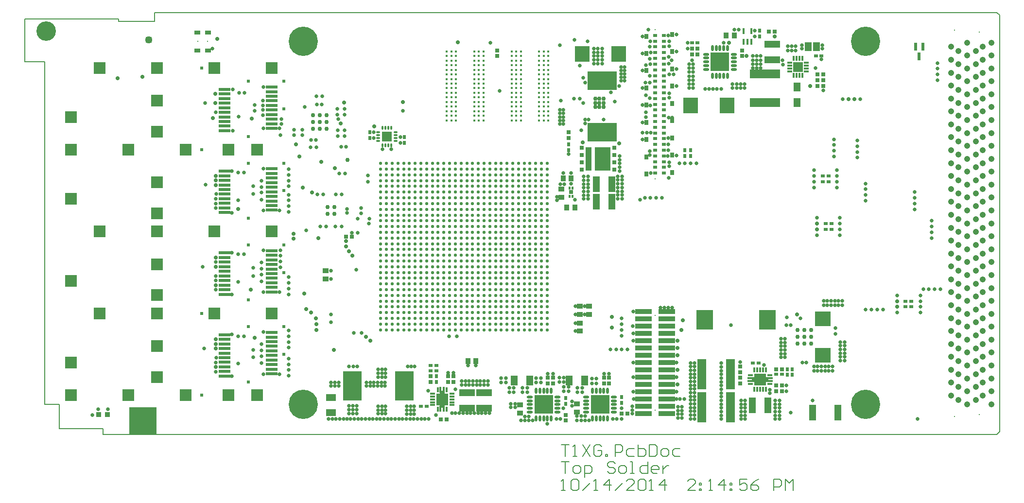
<source format=gts>
%FSLAX44Y44*%
%MOMM*%
G71*
G01*
G75*
G04 Layer_Color=8388736*
%ADD10O,0.9500X0.3500*%
%ADD11O,0.3500X0.9500*%
%ADD12R,3.1500X3.1500*%
%ADD13O,0.2800X0.8500*%
%ADD14O,0.8500X0.2800*%
%ADD15R,1.7000X1.7000*%
%ADD16R,0.4000X0.7500*%
%ADD17R,0.9000X0.2000*%
%ADD18R,2.0500X2.0500*%
%ADD19R,2.0500X2.0500*%
%ADD20R,0.2000X0.9000*%
%ADD21R,0.7500X0.4000*%
%ADD22R,0.5000X1.3000*%
%ADD23R,2.0000X0.5000*%
%ADD24R,0.3500X0.9000*%
%ADD25R,1.2000X2.6000*%
%ADD26R,0.6300X0.6500*%
%ADD27R,0.9200X4.0000*%
%ADD28R,2.6700X4.0000*%
%ADD29R,0.6000X0.6000*%
%ADD30R,0.2500X0.4000*%
%ADD31O,0.6500X0.2500*%
%ADD32O,0.2500X0.6500*%
%ADD33R,0.7000X0.5000*%
%ADD34R,0.6500X0.8000*%
%ADD35R,0.8000X0.8000*%
%ADD36R,2.8500X3.3000*%
%ADD37R,3.1750X4.9530*%
%ADD38R,1.2000X1.5000*%
%ADD39R,0.9500X0.5500*%
%ADD40R,2.7940X0.7366*%
%ADD41C,0.3300*%
%ADD42R,5.2000X1.4000*%
%ADD43R,2.6000X1.1000*%
%ADD44R,1.1000X1.7000*%
%ADD45R,1.1000X1.4000*%
%ADD46R,0.6000X0.5000*%
%ADD47C,0.4500*%
%ADD48R,2.5500X2.7000*%
%ADD49R,0.6000X0.6000*%
%ADD50R,0.5000X0.6000*%
%ADD51R,1.7000X1.1000*%
%ADD52R,0.9000X0.8000*%
%ADD53R,0.8000X0.9000*%
%ADD54R,1.1000X2.6000*%
%ADD55R,1.4000X5.2000*%
%ADD56R,2.7000X2.5500*%
%ADD57R,4.9530X3.1750*%
%ADD58R,3.1500X3.1500*%
%ADD59C,0.2540*%
%ADD60C,0.1270*%
%ADD61C,0.5040*%
%ADD62C,0.5588*%
%ADD63C,0.5080*%
%ADD64C,0.2032*%
%ADD65C,0.3048*%
%ADD66C,0.1651*%
%ADD67C,0.3810*%
%ADD68C,0.1524*%
%ADD69R,0.6000X0.5000*%
%ADD70R,2.5000X0.7000*%
%ADD71R,2.3000X5.0000*%
%ADD72R,11.1000X6.2500*%
%ADD73R,2.8000X0.9000*%
%ADD74R,2.2000X2.1000*%
%ADD75R,1.2000X3.0000*%
%ADD76R,2.2000X1.8000*%
%ADD77R,5.2500X2.0000*%
%ADD78R,2.6000X2.7000*%
%ADD79R,1.6000X3.4000*%
%ADD80R,3.0000X4.3000*%
%ADD81R,1.9500X0.7500*%
%ADD82R,4.4500X1.0500*%
%ADD83R,1.0500X4.5000*%
%ADD84R,6.2000X6.0500*%
%ADD85R,1.1000X3.5000*%
%ADD86R,1.0000X1.4000*%
%ADD87R,1.6000X0.7000*%
%ADD88R,2.6500X1.5500*%
%ADD89R,2.3000X2.0500*%
%ADD90R,6.2000X5.1000*%
%ADD91R,15.8500X3.5500*%
%ADD92R,1.4000X1.3000*%
%ADD93R,1.7500X0.8000*%
%ADD94R,6.0000X4.0000*%
%ADD95R,0.6000X0.6500*%
%ADD96R,7.5500X2.8500*%
%ADD97R,1.6000X2.4500*%
%ADD98R,0.7500X1.9500*%
%ADD99R,2.5500X1.3000*%
%ADD100R,1.8500X1.5000*%
%ADD101R,2.5000X1.0000*%
%ADD102R,4.6000X1.0000*%
%ADD103R,2.4000X0.9500*%
%ADD104R,2.5000X0.7250*%
%ADD105R,1.0000X0.5000*%
%ADD106R,1.4000X0.5000*%
%ADD107R,2.3000X1.5000*%
%ADD108R,0.8500X0.8000*%
%ADD109R,0.8500X0.8000*%
%ADD110R,1.2250X0.5000*%
%ADD111R,4.0000X1.5000*%
%ADD112R,4.0000X2.0000*%
%ADD113R,1.1750X1.6750*%
%ADD114R,3.7500X1.3000*%
%ADD115R,4.3000X3.2000*%
%ADD116R,3.3000X4.1000*%
%ADD117R,4.5000X3.2000*%
%ADD118R,2.3000X1.1000*%
%ADD119R,2.1000X1.0000*%
%ADD120R,2.8000X3.4000*%
%ADD121R,2.0000X0.8000*%
%ADD122R,1.3000X3.9000*%
%ADD123R,1.9000X0.6000*%
%ADD124R,1.0000X2.7000*%
%ADD125R,2.3500X0.7000*%
%ADD126R,2.3500X1.5000*%
%ADD127R,0.8000X2.0500*%
%ADD128R,0.8000X1.9000*%
%ADD129R,1.1000X1.4500*%
%ADD130R,3.7000X2.8500*%
%ADD131R,3.3500X9.0500*%
%ADD132R,4.3500X19.5500*%
%ADD133R,2.9000X11.0000*%
%ADD134R,4.1000X4.4000*%
%ADD135R,3.0000X4.4000*%
%ADD136R,3.0000X1.9500*%
%ADD137R,0.9000X1.1000*%
%ADD138R,0.6500X0.4500*%
%ADD139R,4.8000X1.4000*%
%ADD140R,1.9500X9.7500*%
%ADD141R,1.6000X6.3000*%
%ADD142R,5.2000X3.1000*%
%ADD143R,9.3000X3.0000*%
%ADD144R,5.8000X1.6000*%
%ADD145R,0.9000X1.4000*%
%ADD146R,2.1000X3.3000*%
%ADD147R,10.7000X1.1000*%
%ADD148R,1.0000X1.2000*%
%ADD149R,10.7000X1.6000*%
%ADD150R,2.6000X6.4000*%
%ADD151R,2.0000X3.0000*%
%ADD152R,0.9000X0.9000*%
%ADD153R,4.0000X4.9000*%
%ADD154R,0.8000X3.0000*%
%ADD155R,2.3000X1.7000*%
%ADD156R,3.0000X5.4000*%
%ADD157R,0.8000X0.7000*%
%ADD158R,0.8000X0.4000*%
%ADD159R,0.8000X0.7000*%
%ADD160R,0.7000X0.4000*%
%ADD161R,2.8000X0.7000*%
%ADD162R,1.0000X0.4000*%
%ADD163R,1.6500X0.8000*%
%ADD164R,1.1500X0.5000*%
%ADD165R,1.3500X0.8000*%
%ADD166R,1.1000X0.5000*%
%ADD167R,1.5500X1.5000*%
%ADD168R,1.6000X1.5000*%
%ADD169R,0.9500X1.0500*%
%ADD170R,0.9000X0.5000*%
%ADD171R,1.5000X0.9500*%
%ADD172C,0.1500*%
%ADD173C,0.5000*%
%ADD174R,2.0000X2.0000*%
%ADD175C,0.2000*%
%ADD176C,0.1270*%
%ADD177C,0.9500*%
%ADD178C,0.6000*%
%ADD179C,0.5080*%
%ADD180C,5.0000*%
%ADD181R,4.7000X4.7000*%
%ADD182C,3.3000*%
G04:AMPARAMS|DCode=183|XSize=1mm|YSize=1mm|CornerRadius=0.25mm|HoleSize=0mm|Usage=FLASHONLY|Rotation=0.000|XOffset=0mm|YOffset=0mm|HoleType=Round|Shape=RoundedRectangle|*
%AMROUNDEDRECTD183*
21,1,1.0000,0.5000,0,0,0.0*
21,1,0.5000,1.0000,0,0,0.0*
1,1,0.5000,0.2500,-0.2500*
1,1,0.5000,-0.2500,-0.2500*
1,1,0.5000,-0.2500,0.2500*
1,1,0.5000,0.2500,0.2500*
%
%ADD183ROUNDEDRECTD183*%
%ADD184C,0.6600*%
%ADD185C,0.5588*%
%ADD186C,1.0160*%
%ADD187C,1.3970*%
%ADD188C,0.8890*%
%ADD189C,2.8000*%
%ADD190R,1.6000X0.5000*%
%ADD191R,0.5000X1.6000*%
%ADD192R,2.5000X3.3000*%
%ADD193R,10.0000X6.4000*%
%ADD194R,5.0000X3.3000*%
%ADD195R,1.4000X1.6000*%
%ADD196C,1.4580*%
%ADD197C,1.5580*%
%ADD198C,1.3580*%
%ADD199C,2.0580*%
%ADD200C,1.2080*%
%ADD201C,1.4080*%
%ADD202C,1.3480*%
%ADD203C,1.1680*%
%ADD204C,1.5240*%
%ADD205C,2.3080*%
G04:AMPARAMS|DCode=206|XSize=1.158mm|YSize=1.158mm|CornerRadius=0mm|HoleSize=0mm|Usage=FLASHONLY|Rotation=0.000|XOffset=0mm|YOffset=0mm|HoleType=Round|Shape=Relief|Width=0.254mm|Gap=0.127mm|Entries=4|*
%AMTHD206*
7,0,0,1.1580,0.9040,0.2540,45*
%
%ADD206THD206*%
%ADD207C,1.1580*%
%ADD208C,2.5080*%
%ADD209C,0.7064*%
G04:AMPARAMS|DCode=210|XSize=0.7064mm|YSize=0.7064mm|CornerRadius=0mm|HoleSize=0mm|Usage=FLASHONLY|Rotation=0.000|XOffset=0mm|YOffset=0mm|HoleType=Round|Shape=Relief|Width=0.2032mm|Gap=0.1016mm|Entries=4|*
%AMTHD210*
7,0,0,0.7064,0.5032,0.2032,45*
%
%ADD210THD210*%
G04:AMPARAMS|DCode=211|XSize=0.5588mm|YSize=0.5588mm|CornerRadius=0mm|HoleSize=0mm|Usage=FLASHONLY|Rotation=0.000|XOffset=0mm|YOffset=0mm|HoleType=Round|Shape=Relief|Width=0.2032mm|Gap=0.1016mm|Entries=4|*
%AMTHD211*
7,0,0,0.5588,0.3556,0.2032,45*
%
%ADD211THD211*%
%ADD212C,3.0080*%
%ADD213C,3.1064*%
%ADD214O,11.0064X2.0064*%
%ADD215C,2.9064*%
%ADD216C,0.8128*%
%ADD217C,0.8080*%
%ADD218R,1.6000X0.5000*%
%ADD219R,5.0000X9.7000*%
%ADD220R,5.0000X6.4000*%
%ADD221C,0.8380*%
%ADD222C,0.1778*%
%ADD223R,7.5000X9.7000*%
%ADD224R,2.5000X3.2000*%
%ADD225R,2.5000X9.7000*%
%ADD226R,7.5000X3.2000*%
%ADD227R,5.0000X6.5000*%
%ADD228R,2.5000X3.3000*%
%ADD229R,2.5000X6.4000*%
%ADD230R,10.0000X6.5000*%
%ADD231R,5.0000X3.2000*%
%ADD232R,0.7500X0.3000*%
%ADD233R,2.4500X2.4500*%
%ADD234R,1.1500X0.6000*%
%ADD235O,0.8000X0.2500*%
%ADD236O,0.2500X0.8000*%
%ADD237R,2.5500X2.5500*%
%ADD238R,0.8000X0.3000*%
%ADD239R,0.7000X1.3000*%
%ADD240R,1.0000X1.0000*%
%ADD241R,0.7000X0.7000*%
%ADD242R,1.0000X1.5000*%
%ADD243R,0.7000X0.6000*%
%ADD244R,10.0000X1.0000*%
%ADD245R,116.0000X1.0000*%
%ADD246R,3.5000X3.5000*%
%ADD247R,0.3700X0.5900*%
%ADD248R,0.5900X0.3700*%
%ADD249R,1.2000X1.4000*%
%ADD250R,1.1000X1.0000*%
%ADD251R,0.3000X0.7500*%
%ADD252R,1.4000X1.1000*%
%ADD253R,1.7000X1.7000*%
%ADD254R,3.9500X1.6500*%
%ADD255R,1.7000X1.5500*%
%ADD256R,2.3000X0.7000*%
%ADD257R,1.1000X2.5000*%
%ADD258R,2.6000X0.8000*%
%ADD259R,1.0000X0.8000*%
%ADD260R,6.2000X1.6500*%
%ADD261R,6.9500X4.5000*%
%ADD262R,1.0922X7.6454*%
%ADD263R,2.4000X3.2000*%
%ADD264R,1.4000X1.4000*%
%ADD265R,1.5000X1.7500*%
%ADD266R,18.5500X5.4500*%
%ADD267R,17.5000X4.3500*%
%ADD268R,1.4000X1.2500*%
%ADD269R,1.5000X1.5500*%
%ADD270R,2.3500X1.1500*%
%ADD271R,2.5500X2.2500*%
%ADD272R,3.3500X2.1000*%
%ADD273R,2.0000X1.4500*%
%ADD274R,2.1000X2.1000*%
%ADD275R,2.4500X1.1000*%
%ADD276R,2.4000X1.9500*%
%ADD277R,1.1000X0.6000*%
%ADD278R,0.9398X10.6426*%
%ADD279R,6.3246X1.2192*%
%ADD280R,7.1882X1.6510*%
%ADD281R,1.1000X1.0000*%
%ADD282R,0.6000X2.0000*%
%ADD283R,1.3000X0.8000*%
%ADD284R,1.8500X1.1500*%
%ADD285C,0.2500*%
%ADD286C,0.2000*%
%ADD287C,0.1016*%
%ADD288R,1.3000X1.3000*%
%ADD289R,0.7000X0.7000*%
%ADD290R,0.8200X0.8200*%
%ADD291R,0.8200X0.8200*%
%ADD292R,1.3000X1.3000*%
%ADD293R,1.4000X1.4000*%
%ADD294O,1.0516X0.4516*%
%ADD295O,0.4516X1.0516*%
%ADD296R,3.2516X3.2516*%
%ADD297O,0.3816X0.9516*%
%ADD298O,0.9516X0.3816*%
%ADD299R,1.8016X1.8016*%
%ADD300R,0.5016X0.8516*%
%ADD301R,1.0016X0.3016*%
%ADD302R,2.1516X2.1516*%
%ADD303R,2.1516X2.1516*%
%ADD304R,0.3016X1.0016*%
%ADD305R,0.8516X0.5016*%
%ADD306R,0.6016X1.4016*%
%ADD307R,2.1016X0.6016*%
%ADD308R,0.4516X1.0016*%
%ADD309R,1.3016X2.7016*%
%ADD310R,0.7316X0.7516*%
%ADD311R,1.0216X4.1016*%
%ADD312R,2.7716X4.1016*%
%ADD313R,0.7016X0.7016*%
%ADD314R,0.3516X0.5016*%
%ADD315O,0.7516X0.3516*%
%ADD316O,0.3516X0.7516*%
%ADD317R,0.8016X0.6016*%
%ADD318R,0.7516X0.9016*%
%ADD319R,0.9016X0.9016*%
%ADD320R,2.9516X3.4016*%
%ADD321R,3.2766X5.0546*%
%ADD322R,1.3016X1.6016*%
%ADD323R,1.0516X0.6516*%
%ADD324R,2.8956X0.8382*%
%ADD325C,0.4316*%
%ADD326R,5.3016X1.5016*%
%ADD327R,2.7016X1.2016*%
%ADD328R,1.2016X1.8016*%
%ADD329R,1.2016X1.5016*%
%ADD330R,0.7016X0.6016*%
%ADD331C,0.5516*%
%ADD332R,2.6516X2.8016*%
%ADD333R,0.7016X0.7016*%
%ADD334R,0.6016X0.7016*%
%ADD335R,1.8016X1.2016*%
%ADD336R,1.0016X0.9016*%
%ADD337R,0.9016X1.0016*%
%ADD338R,1.2016X2.7016*%
%ADD339R,1.5016X5.3016*%
%ADD340R,2.8016X2.6516*%
%ADD341R,5.0546X3.2766*%
%ADD342R,3.2516X3.2516*%
%ADD343C,0.6016*%
%ADD344R,2.1016X2.1016*%
%ADD345C,0.3016*%
%ADD346C,0.2286*%
%ADD347C,1.0516*%
%ADD348C,5.1016*%
%ADD349R,4.8016X4.8016*%
%ADD350C,3.4016*%
G04:AMPARAMS|DCode=351|XSize=1.1016mm|YSize=1.1016mm|CornerRadius=0.2754mm|HoleSize=0mm|Usage=FLASHONLY|Rotation=0.000|XOffset=0mm|YOffset=0mm|HoleType=Round|Shape=RoundedRectangle|*
%AMROUNDEDRECTD351*
21,1,1.1016,0.5508,0,0,0.0*
21,1,0.5508,1.1016,0,0,0.0*
1,1,0.5508,0.2754,-0.2754*
1,1,0.5508,-0.2754,-0.2754*
1,1,0.5508,-0.2754,0.2754*
1,1,0.5508,0.2754,0.2754*
%
%ADD351ROUNDEDRECTD351*%
%ADD352C,0.7616*%
%ADD353C,0.6604*%
%ADD354C,0.7016*%
D68*
X935000Y-100006D02*
X948329D01*
X941665D01*
Y-120000D01*
X958326D02*
X964990D01*
X968323Y-116668D01*
Y-110003D01*
X964990Y-106671D01*
X958326D01*
X954994Y-110003D01*
Y-116668D01*
X958326Y-120000D01*
X974987Y-126664D02*
Y-106671D01*
X984984D01*
X988316Y-110003D01*
Y-116668D01*
X984984Y-120000D01*
X974987D01*
X1028303Y-103339D02*
X1024971Y-100006D01*
X1018307D01*
X1014974Y-103339D01*
Y-106671D01*
X1018307Y-110003D01*
X1024971D01*
X1028303Y-113336D01*
Y-116668D01*
X1024971Y-120000D01*
X1018307D01*
X1014974Y-116668D01*
X1038300Y-120000D02*
X1044965D01*
X1048297Y-116668D01*
Y-110003D01*
X1044965Y-106671D01*
X1038300D01*
X1034968Y-110003D01*
Y-116668D01*
X1038300Y-120000D01*
X1054961D02*
X1061626D01*
X1058294D01*
Y-100006D01*
X1054961D01*
X1084952D02*
Y-120000D01*
X1074955D01*
X1071623Y-116668D01*
Y-110003D01*
X1074955Y-106671D01*
X1084952D01*
X1101613Y-120000D02*
X1094949D01*
X1091616Y-116668D01*
Y-110003D01*
X1094949Y-106671D01*
X1101613D01*
X1104945Y-110003D01*
Y-113336D01*
X1091616D01*
X1111610Y-106671D02*
Y-120000D01*
Y-113336D01*
X1114942Y-110003D01*
X1118274Y-106671D01*
X1121607D01*
X1168329Y-150000D02*
X1155000D01*
X1168329Y-136671D01*
Y-133339D01*
X1164997Y-130006D01*
X1158332D01*
X1155000Y-133339D01*
X1174994Y-136671D02*
X1178326D01*
Y-140003D01*
X1174994D01*
Y-136671D01*
Y-146668D02*
X1178326D01*
Y-150000D01*
X1174994D01*
Y-146668D01*
X1191655Y-150000D02*
X1198319D01*
X1194987D01*
Y-130006D01*
X1191655Y-133339D01*
X1218313Y-150000D02*
Y-130006D01*
X1208316Y-140003D01*
X1221645D01*
X1228310Y-136671D02*
X1231642D01*
Y-140003D01*
X1228310D01*
Y-136671D01*
Y-146668D02*
X1231642D01*
Y-150000D01*
X1228310D01*
Y-146668D01*
X1258300Y-130006D02*
X1244971D01*
Y-140003D01*
X1251636Y-136671D01*
X1254968D01*
X1258300Y-140003D01*
Y-146668D01*
X1254968Y-150000D01*
X1248303D01*
X1244971Y-146668D01*
X1278294Y-130006D02*
X1271629Y-133339D01*
X1264965Y-140003D01*
Y-146668D01*
X1268297Y-150000D01*
X1274961D01*
X1278294Y-146668D01*
Y-143336D01*
X1274961Y-140003D01*
X1264965D01*
X1304952Y-150000D02*
Y-130006D01*
X1314948D01*
X1318281Y-133339D01*
Y-140003D01*
X1314948Y-143336D01*
X1304952D01*
X1324945Y-150000D02*
Y-130006D01*
X1331610Y-136671D01*
X1338274Y-130006D01*
Y-150000D01*
X935000D02*
X941665D01*
X938332D01*
Y-130006D01*
X935000Y-133339D01*
X951661D02*
X954994Y-130006D01*
X961658D01*
X964990Y-133339D01*
Y-146668D01*
X961658Y-150000D01*
X954994D01*
X951661Y-146668D01*
Y-133339D01*
X971655Y-150000D02*
X984984Y-136671D01*
X991648Y-150000D02*
X998313D01*
X994981D01*
Y-130006D01*
X991648Y-133339D01*
X1018307Y-150000D02*
Y-130006D01*
X1008310Y-140003D01*
X1021639D01*
X1028303Y-150000D02*
X1041632Y-136671D01*
X1061626Y-150000D02*
X1048297D01*
X1061626Y-136671D01*
Y-133339D01*
X1058294Y-130006D01*
X1051629D01*
X1048297Y-133339D01*
X1068290D02*
X1071623Y-130006D01*
X1078287D01*
X1081619Y-133339D01*
Y-146668D01*
X1078287Y-150000D01*
X1071623D01*
X1068290Y-146668D01*
Y-133339D01*
X1088284Y-150000D02*
X1094948D01*
X1091616D01*
Y-130006D01*
X1088284Y-133339D01*
X1114942Y-150000D02*
Y-130006D01*
X1104945Y-140003D01*
X1118274D01*
X935000Y-70006D02*
X948329D01*
X941665D01*
Y-90000D01*
X954994D02*
X961658D01*
X958326D01*
Y-70006D01*
X954994Y-73339D01*
X971655Y-70006D02*
X984984Y-90000D01*
Y-70006D02*
X971655Y-90000D01*
X1004977Y-73339D02*
X1001645Y-70006D01*
X994981D01*
X991648Y-73339D01*
Y-86668D01*
X994981Y-90000D01*
X1001645D01*
X1004977Y-86668D01*
Y-80003D01*
X998313D01*
X1011642Y-90000D02*
Y-86668D01*
X1014974D01*
Y-90000D01*
X1011642D01*
X1028303D02*
Y-70006D01*
X1038300D01*
X1041632Y-73339D01*
Y-80003D01*
X1038300Y-83336D01*
X1028303D01*
X1061626Y-76671D02*
X1051629D01*
X1048297Y-80003D01*
Y-86668D01*
X1051629Y-90000D01*
X1061626D01*
X1068290Y-70006D02*
Y-90000D01*
X1078287D01*
X1081619Y-86668D01*
Y-83336D01*
Y-80003D01*
X1078287Y-76671D01*
X1068290D01*
X1088284Y-70006D02*
Y-90000D01*
X1098281D01*
X1101613Y-86668D01*
Y-73339D01*
X1098281Y-70006D01*
X1088284D01*
X1111610Y-90000D02*
X1118274D01*
X1121607Y-86668D01*
Y-80003D01*
X1118274Y-76671D01*
X1111610D01*
X1108278Y-80003D01*
Y-86668D01*
X1111610Y-90000D01*
X1141600Y-76671D02*
X1131603D01*
X1128271Y-80003D01*
Y-86668D01*
X1131603Y-90000D01*
X1141600D01*
D172*
X0Y597000D02*
Y672000D01*
X163000D01*
Y667000D02*
Y672000D01*
Y667000D02*
X226000D01*
Y683000D01*
X1693000D01*
X136000Y-52000D02*
X1693000D01*
X136000D02*
Y-42000D01*
X60000D02*
X136000D01*
X60000D02*
Y0D01*
X35000D02*
X60000D01*
X0Y597000D02*
X35000D01*
Y0D02*
Y597000D01*
X1693000Y683000D02*
X1698000Y678000D01*
X1693000Y-52000D02*
X1698000Y-47000D01*
Y678000D01*
D294*
X977750Y13000D02*
D03*
Y6500D02*
D03*
Y0D02*
D03*
Y-6500D02*
D03*
Y-13000D02*
D03*
X1026250D02*
D03*
Y-6500D02*
D03*
Y0D02*
D03*
Y6500D02*
D03*
Y13000D02*
D03*
X879750D02*
D03*
Y6500D02*
D03*
Y0D02*
D03*
Y-6500D02*
D03*
Y-13000D02*
D03*
X928250D02*
D03*
Y-6500D02*
D03*
Y0D02*
D03*
Y6500D02*
D03*
Y13000D02*
D03*
X1186750Y584000D02*
D03*
Y590500D02*
D03*
Y597000D02*
D03*
Y603500D02*
D03*
Y610000D02*
D03*
X1235250D02*
D03*
Y603500D02*
D03*
Y597000D02*
D03*
Y590500D02*
D03*
Y584000D02*
D03*
D295*
X989000Y-24250D02*
D03*
X995500D02*
D03*
X1002000D02*
D03*
X1008500D02*
D03*
X1015000D02*
D03*
Y24250D02*
D03*
X1008500D02*
D03*
X1002000D02*
D03*
X995500D02*
D03*
X989000D02*
D03*
X891000Y-24250D02*
D03*
X897500D02*
D03*
X904000D02*
D03*
X910500D02*
D03*
X917000D02*
D03*
Y24250D02*
D03*
X910500D02*
D03*
X904000D02*
D03*
X897500D02*
D03*
X891000D02*
D03*
X1198000Y621250D02*
D03*
X1204500D02*
D03*
X1211000D02*
D03*
X1217500D02*
D03*
X1224000D02*
D03*
Y572750D02*
D03*
X1217500D02*
D03*
X1211000D02*
D03*
X1204500D02*
D03*
X1198000D02*
D03*
D296*
X1002000Y0D02*
D03*
X904000D02*
D03*
D297*
X1339500Y573250D02*
D03*
X1344500D02*
D03*
X1349500D02*
D03*
X1354500D02*
D03*
Y602750D02*
D03*
X1349500D02*
D03*
X1344500D02*
D03*
X1339500D02*
D03*
X1271000Y60500D02*
D03*
X1276000D02*
D03*
X1281000D02*
D03*
X1286000D02*
D03*
X1291000D02*
D03*
Y26500D02*
D03*
X1286000D02*
D03*
X1281000D02*
D03*
X1276000D02*
D03*
X1271000D02*
D03*
X734500Y-8000D02*
D03*
Y26000D02*
D03*
X719500D02*
D03*
Y-8000D02*
D03*
D298*
X1361750Y580500D02*
D03*
Y585500D02*
D03*
Y590500D02*
D03*
Y595500D02*
D03*
X1332250D02*
D03*
Y590500D02*
D03*
Y585500D02*
D03*
Y580500D02*
D03*
X1264000Y51000D02*
D03*
X1298000D02*
D03*
Y36000D02*
D03*
X1264000D02*
D03*
X744000Y-1000D02*
D03*
Y4000D02*
D03*
Y9000D02*
D03*
Y14000D02*
D03*
Y19000D02*
D03*
X710000D02*
D03*
Y14000D02*
D03*
Y9000D02*
D03*
Y4000D02*
D03*
Y-1000D02*
D03*
D299*
X1347000Y588000D02*
D03*
X631000Y467000D02*
D03*
D300*
X1293000Y43500D02*
D03*
X1269000D02*
D03*
D301*
X1297750Y46250D02*
D03*
Y40750D02*
D03*
X1264250D02*
D03*
Y46250D02*
D03*
D302*
X1281000Y43500D02*
D03*
D303*
X727000Y9000D02*
D03*
D304*
X724250Y-7750D02*
D03*
X729750D02*
D03*
Y25750D02*
D03*
X724250D02*
D03*
D305*
X727000Y-3000D02*
D03*
Y21000D02*
D03*
D306*
X1558000Y606500D02*
D03*
X1551500Y623500D02*
D03*
X1564500D02*
D03*
D307*
X348000Y264000D02*
D03*
Y256000D02*
D03*
Y248000D02*
D03*
Y240000D02*
D03*
Y232000D02*
D03*
Y224000D02*
D03*
Y216000D02*
D03*
Y208000D02*
D03*
Y200000D02*
D03*
Y192000D02*
D03*
X430000Y196000D02*
D03*
Y204000D02*
D03*
Y212000D02*
D03*
Y220000D02*
D03*
Y228000D02*
D03*
Y236000D02*
D03*
Y244000D02*
D03*
Y252000D02*
D03*
Y260000D02*
D03*
Y268000D02*
D03*
Y410500D02*
D03*
Y402500D02*
D03*
Y394500D02*
D03*
Y386500D02*
D03*
Y378500D02*
D03*
Y370500D02*
D03*
Y362500D02*
D03*
Y354500D02*
D03*
Y346500D02*
D03*
Y338500D02*
D03*
X348000Y334500D02*
D03*
Y342500D02*
D03*
Y350500D02*
D03*
Y358500D02*
D03*
Y366500D02*
D03*
Y374500D02*
D03*
Y382500D02*
D03*
Y390500D02*
D03*
Y398500D02*
D03*
Y406500D02*
D03*
Y549000D02*
D03*
Y541000D02*
D03*
Y533000D02*
D03*
Y525000D02*
D03*
Y517000D02*
D03*
Y509000D02*
D03*
Y501000D02*
D03*
Y493000D02*
D03*
Y485000D02*
D03*
Y477000D02*
D03*
X430000Y481000D02*
D03*
Y489000D02*
D03*
Y497000D02*
D03*
Y505000D02*
D03*
Y513000D02*
D03*
Y521000D02*
D03*
Y529000D02*
D03*
Y537000D02*
D03*
Y545000D02*
D03*
Y553000D02*
D03*
Y125500D02*
D03*
Y117500D02*
D03*
Y109500D02*
D03*
Y101500D02*
D03*
Y93500D02*
D03*
Y85500D02*
D03*
Y77500D02*
D03*
Y69500D02*
D03*
Y61500D02*
D03*
Y53500D02*
D03*
X348000Y49500D02*
D03*
Y57500D02*
D03*
Y65500D02*
D03*
Y73500D02*
D03*
Y81500D02*
D03*
Y89500D02*
D03*
Y97500D02*
D03*
Y105500D02*
D03*
Y113500D02*
D03*
Y121500D02*
D03*
D308*
X1252500Y650500D02*
D03*
X1265500D02*
D03*
Y631500D02*
D03*
X1259000D02*
D03*
X1252500D02*
D03*
D309*
X1372000Y-14000D02*
D03*
X1416000D02*
D03*
D310*
X970000Y447000D02*
D03*
Y434300D02*
D03*
Y421600D02*
D03*
Y408900D02*
D03*
X1026700D02*
D03*
Y421600D02*
D03*
Y434300D02*
D03*
Y447000D02*
D03*
D311*
X981650Y427950D02*
D03*
D312*
X1006200D02*
D03*
D313*
X951500Y370000D02*
D03*
X1309000Y33500D02*
D03*
X1319000D02*
D03*
X725000Y-26000D02*
D03*
X735000D02*
D03*
X1306000Y650000D02*
D03*
X1296000D02*
D03*
X1309000Y23500D02*
D03*
X1319000D02*
D03*
X1309000Y61500D02*
D03*
X1319000D02*
D03*
X1040000Y-16000D02*
D03*
X1050000D02*
D03*
X1381000Y555000D02*
D03*
X1391000D02*
D03*
X1172000Y610000D02*
D03*
X1162000D02*
D03*
X1172000Y620000D02*
D03*
X1162000D02*
D03*
X1391000Y565000D02*
D03*
X1381000D02*
D03*
X1381000Y575000D02*
D03*
X1391000D02*
D03*
X570000Y292000D02*
D03*
X560000D02*
D03*
D314*
X949000Y377000D02*
D03*
X954000D02*
D03*
Y363000D02*
D03*
X949000D02*
D03*
D315*
X646250Y474500D02*
D03*
Y469500D02*
D03*
Y464500D02*
D03*
Y459500D02*
D03*
X615750D02*
D03*
Y464500D02*
D03*
Y469500D02*
D03*
Y474500D02*
D03*
D316*
X638500Y451750D02*
D03*
X633500D02*
D03*
X628500D02*
D03*
X623500D02*
D03*
Y482250D02*
D03*
X628500D02*
D03*
X633500D02*
D03*
X638500D02*
D03*
D317*
X1113000Y403000D02*
D03*
X1098000D02*
D03*
X1113000Y413000D02*
D03*
X1098000D02*
D03*
X1113000Y423000D02*
D03*
X1098000D02*
D03*
X1113000Y433000D02*
D03*
X1098000D02*
D03*
X1113000Y443000D02*
D03*
X1098000D02*
D03*
X1113000Y453000D02*
D03*
X1098000D02*
D03*
X1113000Y463000D02*
D03*
X1098000D02*
D03*
X1113000Y473000D02*
D03*
X1098000D02*
D03*
X1113000Y483000D02*
D03*
X1098000D02*
D03*
X1113000Y493000D02*
D03*
X1098000D02*
D03*
X1113000Y503000D02*
D03*
X1098000D02*
D03*
X1113000Y513000D02*
D03*
X1098000D02*
D03*
X1113000Y523000D02*
D03*
X1098000D02*
D03*
X1113000Y533000D02*
D03*
X1098000D02*
D03*
X1113000Y543000D02*
D03*
X1098000D02*
D03*
X1113000Y553000D02*
D03*
X1098000D02*
D03*
X1113000Y563000D02*
D03*
X1098000D02*
D03*
X1113000Y573000D02*
D03*
X1098000D02*
D03*
X1113000Y583000D02*
D03*
X1098000D02*
D03*
X1113000Y593000D02*
D03*
X1098000D02*
D03*
X1113000Y603000D02*
D03*
X1098000D02*
D03*
X1113000Y613000D02*
D03*
X1098000D02*
D03*
X1113000Y623000D02*
D03*
X1098000D02*
D03*
X1113000Y633000D02*
D03*
X1098000D02*
D03*
X1113000Y643000D02*
D03*
X1098000D02*
D03*
D318*
X1083245Y461500D02*
D03*
Y491500D02*
D03*
Y521500D02*
D03*
Y551500D02*
D03*
Y581500D02*
D03*
Y611500D02*
D03*
Y641500D02*
D03*
Y431500D02*
D03*
Y401500D02*
D03*
X1127750Y464500D02*
D03*
Y494500D02*
D03*
Y524500D02*
D03*
Y554500D02*
D03*
Y584500D02*
D03*
Y614500D02*
D03*
Y644500D02*
D03*
Y434500D02*
D03*
Y404500D02*
D03*
D319*
X128800Y-17800D02*
D03*
X143800D02*
D03*
D320*
X1184500Y147500D02*
D03*
X1294000D02*
D03*
D321*
X570830Y32000D02*
D03*
X661000D02*
D03*
D322*
X1345000Y553000D02*
D03*
Y526000D02*
D03*
D323*
X319050Y616750D02*
D03*
Y648250D02*
D03*
X300550Y616750D02*
D03*
Y648250D02*
D03*
D324*
X1077360Y72900D02*
D03*
Y149100D02*
D03*
X1118000D02*
D03*
X1077360Y136400D02*
D03*
X1118000D02*
D03*
X1077360Y123700D02*
D03*
X1118000D02*
D03*
X1077360Y111000D02*
D03*
X1118000D02*
D03*
X1077360Y98300D02*
D03*
X1118000D02*
D03*
X1077360Y85600D02*
D03*
X1118000D02*
D03*
Y72900D02*
D03*
X1077360Y-16000D02*
D03*
Y60200D02*
D03*
X1118000D02*
D03*
X1077360Y47500D02*
D03*
X1118000D02*
D03*
X1077360Y34800D02*
D03*
X1118000D02*
D03*
X1077360Y22100D02*
D03*
X1118000D02*
D03*
X1077360Y9400D02*
D03*
X1118000D02*
D03*
X1077360Y-3300D02*
D03*
X1118000D02*
D03*
Y-16000D02*
D03*
Y161800D02*
D03*
X1077360D02*
D03*
D325*
X848000Y615000D02*
D03*
X856000D02*
D03*
X864000D02*
D03*
X896000D02*
D03*
X904000D02*
D03*
X912000D02*
D03*
X848000Y607000D02*
D03*
X856000D02*
D03*
X864000D02*
D03*
X896000D02*
D03*
X904000D02*
D03*
X912000D02*
D03*
X848000Y599000D02*
D03*
X856000D02*
D03*
X864000D02*
D03*
X896000D02*
D03*
X904000D02*
D03*
X912000D02*
D03*
X848000Y591000D02*
D03*
X856000D02*
D03*
X864000D02*
D03*
X896000D02*
D03*
X904000D02*
D03*
X912000D02*
D03*
X848000Y583000D02*
D03*
X856000D02*
D03*
X864000D02*
D03*
X896000D02*
D03*
X904000D02*
D03*
X912000D02*
D03*
X848000Y575000D02*
D03*
X856000D02*
D03*
X864000D02*
D03*
X896000D02*
D03*
X904000D02*
D03*
X912000D02*
D03*
X848000Y567000D02*
D03*
X856000D02*
D03*
X864000D02*
D03*
X896000D02*
D03*
X904000D02*
D03*
X912000D02*
D03*
X848000Y559000D02*
D03*
X856000D02*
D03*
X864000D02*
D03*
X896000D02*
D03*
X904000D02*
D03*
X912000D02*
D03*
X848000Y551000D02*
D03*
X856000D02*
D03*
X864000D02*
D03*
X896000D02*
D03*
X904000D02*
D03*
X912000D02*
D03*
X848000Y543000D02*
D03*
X856000D02*
D03*
X864000D02*
D03*
X896000D02*
D03*
X904000D02*
D03*
X912000D02*
D03*
X848000Y535000D02*
D03*
X856000D02*
D03*
X864000D02*
D03*
X896000D02*
D03*
X904000D02*
D03*
X912000D02*
D03*
X848000Y527000D02*
D03*
X856000D02*
D03*
X864000D02*
D03*
X896000D02*
D03*
X904000D02*
D03*
X912000D02*
D03*
X848000Y519000D02*
D03*
X856000D02*
D03*
X864000D02*
D03*
X896000D02*
D03*
X904000D02*
D03*
X912000D02*
D03*
X848000Y511000D02*
D03*
X856000D02*
D03*
X864000D02*
D03*
X896000D02*
D03*
X904000D02*
D03*
X912000D02*
D03*
X848000Y503000D02*
D03*
X856000D02*
D03*
X864000D02*
D03*
X896000D02*
D03*
X904000D02*
D03*
X912000D02*
D03*
X848000Y495000D02*
D03*
X856000D02*
D03*
X864000D02*
D03*
X896000D02*
D03*
X904000D02*
D03*
X912000D02*
D03*
X799000Y495000D02*
D03*
X791000D02*
D03*
X783000D02*
D03*
X751000D02*
D03*
X743000D02*
D03*
X735000D02*
D03*
X799000Y503000D02*
D03*
X791000D02*
D03*
X783000D02*
D03*
X751000D02*
D03*
X743000D02*
D03*
X735000D02*
D03*
X799000Y511000D02*
D03*
X791000D02*
D03*
X783000D02*
D03*
X751000D02*
D03*
X743000D02*
D03*
X735000D02*
D03*
X799000Y519000D02*
D03*
X791000D02*
D03*
X783000D02*
D03*
X751000D02*
D03*
X743000D02*
D03*
X735000D02*
D03*
X799000Y527000D02*
D03*
X791000D02*
D03*
X783000D02*
D03*
X751000D02*
D03*
X743000D02*
D03*
X735000D02*
D03*
X799000Y535000D02*
D03*
X791000D02*
D03*
X783000D02*
D03*
X751000D02*
D03*
X743000D02*
D03*
X735000D02*
D03*
X799000Y543000D02*
D03*
X791000D02*
D03*
X783000D02*
D03*
X751000D02*
D03*
X743000D02*
D03*
X735000D02*
D03*
X799000Y551000D02*
D03*
X791000D02*
D03*
X783000D02*
D03*
X751000D02*
D03*
X743000D02*
D03*
X735000D02*
D03*
X799000Y559000D02*
D03*
X791000D02*
D03*
X783000D02*
D03*
X751000D02*
D03*
X743000D02*
D03*
X735000D02*
D03*
X799000Y567000D02*
D03*
X791000D02*
D03*
X783000D02*
D03*
X751000D02*
D03*
X743000D02*
D03*
X735000D02*
D03*
X799000Y575000D02*
D03*
X791000D02*
D03*
X783000D02*
D03*
X751000D02*
D03*
X743000D02*
D03*
X735000D02*
D03*
X799000Y583000D02*
D03*
X791000D02*
D03*
X783000D02*
D03*
X751000D02*
D03*
X743000D02*
D03*
X735000D02*
D03*
X799000Y591000D02*
D03*
X791000D02*
D03*
X783000D02*
D03*
X751000D02*
D03*
X743000D02*
D03*
X735000D02*
D03*
X799000Y599000D02*
D03*
X791000D02*
D03*
X783000D02*
D03*
X751000D02*
D03*
X743000D02*
D03*
X735000D02*
D03*
X799000Y607000D02*
D03*
X791000D02*
D03*
X783000D02*
D03*
X751000D02*
D03*
X743000D02*
D03*
X735000D02*
D03*
X799000Y615000D02*
D03*
X791000D02*
D03*
X783000D02*
D03*
X751000D02*
D03*
X743000D02*
D03*
X735000D02*
D03*
D326*
X1289000Y526000D02*
D03*
Y576000D02*
D03*
D327*
X1302000Y627500D02*
D03*
Y600500D02*
D03*
X770000Y-6500D02*
D03*
Y20500D02*
D03*
X800000Y-6500D02*
D03*
Y20500D02*
D03*
D328*
X852500Y42000D02*
D03*
X879500D02*
D03*
X948500D02*
D03*
X975500D02*
D03*
D329*
X1379500Y623000D02*
D03*
X1364500D02*
D03*
D330*
X1378000Y607000D02*
D03*
X1388000D02*
D03*
X1390000Y398000D02*
D03*
X1400000D02*
D03*
X1390000Y388000D02*
D03*
X1400000D02*
D03*
X1395000Y315000D02*
D03*
X1405000D02*
D03*
X1395000Y305000D02*
D03*
X1405000D02*
D03*
X1534000Y170000D02*
D03*
X1544000D02*
D03*
X1534000Y180000D02*
D03*
X1544000D02*
D03*
X690000Y-3000D02*
D03*
X700000D02*
D03*
X1278000Y72500D02*
D03*
X1268000D02*
D03*
X717000Y68000D02*
D03*
X707000D02*
D03*
X1319000Y52500D02*
D03*
X1309000D02*
D03*
X717000Y59000D02*
D03*
X707000D02*
D03*
X1162000Y630000D02*
D03*
X1172000D02*
D03*
D331*
X620000Y420000D02*
D03*
X630000D02*
D03*
X640000D02*
D03*
X650000D02*
D03*
X660000D02*
D03*
X670000D02*
D03*
X680000D02*
D03*
X690000D02*
D03*
X700000D02*
D03*
X710000D02*
D03*
X720000D02*
D03*
X730000D02*
D03*
X740000D02*
D03*
X750000D02*
D03*
X760000D02*
D03*
X770000D02*
D03*
X780000D02*
D03*
X790000D02*
D03*
X800000D02*
D03*
X810000D02*
D03*
X820000D02*
D03*
X830000D02*
D03*
X840000D02*
D03*
X850000D02*
D03*
X860000D02*
D03*
X870000D02*
D03*
X880000D02*
D03*
X890000D02*
D03*
X900000D02*
D03*
X910000D02*
D03*
X620000Y410000D02*
D03*
X630000D02*
D03*
X640000D02*
D03*
X650000D02*
D03*
X660000D02*
D03*
X670000D02*
D03*
X680000D02*
D03*
X690000D02*
D03*
X700000D02*
D03*
X710000D02*
D03*
X720000D02*
D03*
X730000D02*
D03*
X740000D02*
D03*
X750000D02*
D03*
X760000D02*
D03*
X770000D02*
D03*
X780000D02*
D03*
X790000D02*
D03*
X800000D02*
D03*
X810000D02*
D03*
X820000D02*
D03*
X830000D02*
D03*
X840000D02*
D03*
X850000D02*
D03*
X860000D02*
D03*
X870000D02*
D03*
X880000D02*
D03*
X890000D02*
D03*
X900000D02*
D03*
X910000D02*
D03*
X620000Y400000D02*
D03*
X630000D02*
D03*
X640000D02*
D03*
X650000D02*
D03*
X660000D02*
D03*
X670000D02*
D03*
X680000D02*
D03*
X690000D02*
D03*
X700000D02*
D03*
X710000D02*
D03*
X720000D02*
D03*
X730000D02*
D03*
X740000D02*
D03*
X750000D02*
D03*
X760000D02*
D03*
X770000D02*
D03*
X780000D02*
D03*
X790000D02*
D03*
X800000D02*
D03*
X810000D02*
D03*
X820000D02*
D03*
X830000D02*
D03*
X840000D02*
D03*
X850000D02*
D03*
X860000D02*
D03*
X870000D02*
D03*
X880000D02*
D03*
X890000D02*
D03*
X900000D02*
D03*
X910000D02*
D03*
X620000Y390000D02*
D03*
X630000D02*
D03*
X640000D02*
D03*
X650000D02*
D03*
X660000D02*
D03*
X670000D02*
D03*
X680000D02*
D03*
X690000D02*
D03*
X700000D02*
D03*
X710000D02*
D03*
X720000D02*
D03*
X730000D02*
D03*
X740000D02*
D03*
X750000D02*
D03*
X760000D02*
D03*
X770000D02*
D03*
X780000D02*
D03*
X790000D02*
D03*
X800000D02*
D03*
X810000D02*
D03*
X820000D02*
D03*
X830000D02*
D03*
X840000D02*
D03*
X850000D02*
D03*
X860000D02*
D03*
X870000D02*
D03*
X880000D02*
D03*
X890000D02*
D03*
X900000D02*
D03*
X910000D02*
D03*
X620000Y380000D02*
D03*
X630000D02*
D03*
X640000D02*
D03*
X650000D02*
D03*
X660000D02*
D03*
X670000D02*
D03*
X680000D02*
D03*
X690000D02*
D03*
X700000D02*
D03*
X710000D02*
D03*
X720000D02*
D03*
X730000D02*
D03*
X740000D02*
D03*
X750000D02*
D03*
X760000D02*
D03*
X770000D02*
D03*
X780000D02*
D03*
X790000D02*
D03*
X800000D02*
D03*
X810000D02*
D03*
X820000D02*
D03*
X830000D02*
D03*
X840000D02*
D03*
X850000D02*
D03*
X860000D02*
D03*
X870000D02*
D03*
X880000D02*
D03*
X890000D02*
D03*
X900000D02*
D03*
X910000D02*
D03*
X620000Y370000D02*
D03*
X630000D02*
D03*
X640000D02*
D03*
X650000D02*
D03*
X660000D02*
D03*
X670000D02*
D03*
X680000D02*
D03*
X690000D02*
D03*
X700000D02*
D03*
X710000D02*
D03*
X720000D02*
D03*
X730000D02*
D03*
X740000D02*
D03*
X750000D02*
D03*
X760000D02*
D03*
X770000D02*
D03*
X780000D02*
D03*
X790000D02*
D03*
X800000D02*
D03*
X810000D02*
D03*
X820000D02*
D03*
X830000D02*
D03*
X840000D02*
D03*
X850000D02*
D03*
X860000D02*
D03*
X870000D02*
D03*
X880000D02*
D03*
X890000D02*
D03*
X900000D02*
D03*
X910000D02*
D03*
X620000Y360000D02*
D03*
X630000D02*
D03*
X640000D02*
D03*
X650000D02*
D03*
X660000D02*
D03*
X670000D02*
D03*
X680000D02*
D03*
X690000D02*
D03*
X700000D02*
D03*
X710000D02*
D03*
X720000D02*
D03*
X730000D02*
D03*
X740000D02*
D03*
X750000D02*
D03*
X760000D02*
D03*
X770000D02*
D03*
X780000D02*
D03*
X790000D02*
D03*
X800000D02*
D03*
X810000D02*
D03*
X820000D02*
D03*
X830000D02*
D03*
X840000D02*
D03*
X850000D02*
D03*
X860000D02*
D03*
X870000D02*
D03*
X880000D02*
D03*
X890000D02*
D03*
X900000D02*
D03*
X910000D02*
D03*
X620000Y350000D02*
D03*
X630000D02*
D03*
X640000D02*
D03*
X650000D02*
D03*
X660000D02*
D03*
X670000D02*
D03*
X680000D02*
D03*
X690000D02*
D03*
X700000D02*
D03*
X710000D02*
D03*
X720000D02*
D03*
X730000D02*
D03*
X740000D02*
D03*
X750000D02*
D03*
X760000D02*
D03*
X770000D02*
D03*
X780000D02*
D03*
X790000D02*
D03*
X800000D02*
D03*
X810000D02*
D03*
X820000D02*
D03*
X830000D02*
D03*
X840000D02*
D03*
X850000D02*
D03*
X860000D02*
D03*
X870000D02*
D03*
X880000D02*
D03*
X890000D02*
D03*
X900000D02*
D03*
X910000D02*
D03*
X620000Y340000D02*
D03*
X630000D02*
D03*
X640000D02*
D03*
X650000D02*
D03*
X660000D02*
D03*
X670000D02*
D03*
X680000D02*
D03*
X690000D02*
D03*
X700000D02*
D03*
X710000D02*
D03*
X720000D02*
D03*
X730000D02*
D03*
X740000D02*
D03*
X750000D02*
D03*
X760000D02*
D03*
X770000D02*
D03*
X780000D02*
D03*
X790000D02*
D03*
X800000D02*
D03*
X810000D02*
D03*
X820000D02*
D03*
X830000D02*
D03*
X840000D02*
D03*
X850000D02*
D03*
X860000D02*
D03*
X870000D02*
D03*
X880000D02*
D03*
X890000D02*
D03*
X900000D02*
D03*
X910000D02*
D03*
X620000Y330000D02*
D03*
X630000D02*
D03*
X640000D02*
D03*
X650000D02*
D03*
X660000D02*
D03*
X670000D02*
D03*
X680000D02*
D03*
X690000D02*
D03*
X700000D02*
D03*
X710000D02*
D03*
X720000D02*
D03*
X730000D02*
D03*
X740000D02*
D03*
X750000D02*
D03*
X760000D02*
D03*
X770000D02*
D03*
X780000D02*
D03*
X790000D02*
D03*
X800000D02*
D03*
X810000D02*
D03*
X820000D02*
D03*
X830000D02*
D03*
X840000D02*
D03*
X850000D02*
D03*
X860000D02*
D03*
X870000D02*
D03*
X880000D02*
D03*
X890000D02*
D03*
X900000D02*
D03*
X910000D02*
D03*
X620000Y320000D02*
D03*
X630000D02*
D03*
X640000D02*
D03*
X650000D02*
D03*
X660000D02*
D03*
X670000D02*
D03*
X680000D02*
D03*
X690000D02*
D03*
X700000D02*
D03*
X710000D02*
D03*
X720000D02*
D03*
X730000D02*
D03*
X740000D02*
D03*
X750000D02*
D03*
X760000D02*
D03*
X770000D02*
D03*
X780000D02*
D03*
X790000D02*
D03*
X800000D02*
D03*
X810000D02*
D03*
X820000D02*
D03*
X830000D02*
D03*
X840000D02*
D03*
X850000D02*
D03*
X860000D02*
D03*
X870000D02*
D03*
X880000D02*
D03*
X890000D02*
D03*
X900000D02*
D03*
X910000D02*
D03*
X620000Y310000D02*
D03*
X630000D02*
D03*
X640000D02*
D03*
X650000D02*
D03*
X660000D02*
D03*
X670000D02*
D03*
X680000D02*
D03*
X690000D02*
D03*
X700000D02*
D03*
X710000D02*
D03*
X720000D02*
D03*
X730000D02*
D03*
X740000D02*
D03*
X750000D02*
D03*
X760000D02*
D03*
X770000D02*
D03*
X780000D02*
D03*
X790000D02*
D03*
X800000D02*
D03*
X810000D02*
D03*
X820000D02*
D03*
X830000D02*
D03*
X840000D02*
D03*
X850000D02*
D03*
X860000D02*
D03*
X870000D02*
D03*
X880000D02*
D03*
X890000D02*
D03*
X900000D02*
D03*
X910000D02*
D03*
X620000Y300000D02*
D03*
X630000D02*
D03*
X640000D02*
D03*
X650000D02*
D03*
X660000D02*
D03*
X670000D02*
D03*
X680000D02*
D03*
X690000D02*
D03*
X700000D02*
D03*
X710000D02*
D03*
X720000D02*
D03*
X730000D02*
D03*
X740000D02*
D03*
X750000D02*
D03*
X760000D02*
D03*
X770000D02*
D03*
X780000D02*
D03*
X790000D02*
D03*
X800000D02*
D03*
X810000D02*
D03*
X820000D02*
D03*
X830000D02*
D03*
X840000D02*
D03*
X850000D02*
D03*
X860000D02*
D03*
X870000D02*
D03*
X880000D02*
D03*
X890000D02*
D03*
X900000D02*
D03*
X910000D02*
D03*
X620000Y290000D02*
D03*
X630000D02*
D03*
X640000D02*
D03*
X650000D02*
D03*
X660000D02*
D03*
X670000D02*
D03*
X680000D02*
D03*
X690000D02*
D03*
X700000D02*
D03*
X710000D02*
D03*
X720000D02*
D03*
X730000D02*
D03*
X740000D02*
D03*
X750000D02*
D03*
X760000D02*
D03*
X770000D02*
D03*
X780000D02*
D03*
X790000D02*
D03*
X800000D02*
D03*
X810000D02*
D03*
X820000D02*
D03*
X830000D02*
D03*
X840000D02*
D03*
X850000D02*
D03*
X860000D02*
D03*
X870000D02*
D03*
X880000D02*
D03*
X890000D02*
D03*
X900000D02*
D03*
X910000D02*
D03*
X620000Y280000D02*
D03*
X630000D02*
D03*
X640000D02*
D03*
X650000D02*
D03*
X660000D02*
D03*
X670000D02*
D03*
X680000D02*
D03*
X690000D02*
D03*
X700000D02*
D03*
X710000D02*
D03*
X720000D02*
D03*
X730000D02*
D03*
X740000D02*
D03*
X750000D02*
D03*
X760000D02*
D03*
X770000D02*
D03*
X780000D02*
D03*
X790000D02*
D03*
X800000D02*
D03*
X810000D02*
D03*
X820000D02*
D03*
X830000D02*
D03*
X840000D02*
D03*
X850000D02*
D03*
X860000D02*
D03*
X870000D02*
D03*
X880000D02*
D03*
X890000D02*
D03*
X900000D02*
D03*
X910000D02*
D03*
X620000Y270000D02*
D03*
X630000D02*
D03*
X640000D02*
D03*
X650000D02*
D03*
X660000D02*
D03*
X670000D02*
D03*
X680000D02*
D03*
X690000D02*
D03*
X700000D02*
D03*
X710000D02*
D03*
X720000D02*
D03*
X730000D02*
D03*
X740000D02*
D03*
X750000D02*
D03*
X760000D02*
D03*
X770000D02*
D03*
X780000D02*
D03*
X790000D02*
D03*
X800000D02*
D03*
X810000D02*
D03*
X820000D02*
D03*
X830000D02*
D03*
X840000D02*
D03*
X850000D02*
D03*
X860000D02*
D03*
X870000D02*
D03*
X880000D02*
D03*
X890000D02*
D03*
X900000D02*
D03*
X910000D02*
D03*
X620000Y260000D02*
D03*
X630000D02*
D03*
X640000D02*
D03*
X650000D02*
D03*
X660000D02*
D03*
X670000D02*
D03*
X680000D02*
D03*
X690000D02*
D03*
X700000D02*
D03*
X710000D02*
D03*
X720000D02*
D03*
X730000D02*
D03*
X740000D02*
D03*
X750000D02*
D03*
X760000D02*
D03*
X770000D02*
D03*
X780000D02*
D03*
X790000D02*
D03*
X800000D02*
D03*
X810000D02*
D03*
X820000D02*
D03*
X830000D02*
D03*
X840000D02*
D03*
X850000D02*
D03*
X860000D02*
D03*
X870000D02*
D03*
X880000D02*
D03*
X890000D02*
D03*
X900000D02*
D03*
X910000D02*
D03*
X620000Y250000D02*
D03*
X630000D02*
D03*
X640000D02*
D03*
X650000D02*
D03*
X660000D02*
D03*
X670000D02*
D03*
X680000D02*
D03*
X690000D02*
D03*
X700000D02*
D03*
X710000D02*
D03*
X720000D02*
D03*
X730000D02*
D03*
X740000D02*
D03*
X750000D02*
D03*
X760000D02*
D03*
X770000D02*
D03*
X780000D02*
D03*
X790000D02*
D03*
X800000D02*
D03*
X810000D02*
D03*
X820000D02*
D03*
X830000D02*
D03*
X840000D02*
D03*
X850000D02*
D03*
X860000D02*
D03*
X870000D02*
D03*
X880000D02*
D03*
X890000D02*
D03*
X900000D02*
D03*
X910000D02*
D03*
X620000Y240000D02*
D03*
X630000D02*
D03*
X640000D02*
D03*
X650000D02*
D03*
X660000D02*
D03*
X670000D02*
D03*
X680000D02*
D03*
X690000D02*
D03*
X700000D02*
D03*
X710000D02*
D03*
X720000D02*
D03*
X730000D02*
D03*
X740000D02*
D03*
X750000D02*
D03*
X760000D02*
D03*
X770000D02*
D03*
X780000D02*
D03*
X790000D02*
D03*
X800000D02*
D03*
X810000D02*
D03*
X820000D02*
D03*
X830000D02*
D03*
X840000D02*
D03*
X850000D02*
D03*
X860000D02*
D03*
X870000D02*
D03*
X880000D02*
D03*
X890000D02*
D03*
X900000D02*
D03*
X910000D02*
D03*
X620000Y230000D02*
D03*
X630000D02*
D03*
X640000D02*
D03*
X650000D02*
D03*
X660000D02*
D03*
X670000D02*
D03*
X680000D02*
D03*
X690000D02*
D03*
X700000D02*
D03*
X710000D02*
D03*
X720000D02*
D03*
X730000D02*
D03*
X740000D02*
D03*
X750000D02*
D03*
X760000D02*
D03*
X770000D02*
D03*
X780000D02*
D03*
X790000D02*
D03*
X800000D02*
D03*
X810000D02*
D03*
X820000D02*
D03*
X830000D02*
D03*
X840000D02*
D03*
X850000D02*
D03*
X860000D02*
D03*
X870000D02*
D03*
X880000D02*
D03*
X890000D02*
D03*
X900000D02*
D03*
X910000D02*
D03*
X620000Y220000D02*
D03*
X630000D02*
D03*
X640000D02*
D03*
X650000D02*
D03*
X660000D02*
D03*
X670000D02*
D03*
X680000D02*
D03*
X690000D02*
D03*
X700000D02*
D03*
X710000D02*
D03*
X720000D02*
D03*
X730000D02*
D03*
X740000D02*
D03*
X750000D02*
D03*
X760000D02*
D03*
X770000D02*
D03*
X780000D02*
D03*
X790000D02*
D03*
X800000D02*
D03*
X810000D02*
D03*
X820000D02*
D03*
X830000D02*
D03*
X840000D02*
D03*
X850000D02*
D03*
X860000D02*
D03*
X870000D02*
D03*
X880000D02*
D03*
X890000D02*
D03*
X900000D02*
D03*
X910000D02*
D03*
X620000Y210000D02*
D03*
X630000D02*
D03*
X640000D02*
D03*
X650000D02*
D03*
X660000D02*
D03*
X670000D02*
D03*
X680000D02*
D03*
X690000D02*
D03*
X700000D02*
D03*
X710000D02*
D03*
X720000D02*
D03*
X730000D02*
D03*
X740000D02*
D03*
X750000D02*
D03*
X760000D02*
D03*
X770000D02*
D03*
X780000D02*
D03*
X790000D02*
D03*
X800000D02*
D03*
X810000D02*
D03*
X820000D02*
D03*
X830000D02*
D03*
X840000D02*
D03*
X850000D02*
D03*
X860000D02*
D03*
X870000D02*
D03*
X880000D02*
D03*
X890000D02*
D03*
X900000D02*
D03*
X910000D02*
D03*
X620000Y200000D02*
D03*
X630000D02*
D03*
X640000D02*
D03*
X650000D02*
D03*
X660000D02*
D03*
X670000D02*
D03*
X680000D02*
D03*
X690000D02*
D03*
X700000D02*
D03*
X710000D02*
D03*
X720000D02*
D03*
X730000D02*
D03*
X740000D02*
D03*
X750000D02*
D03*
X760000D02*
D03*
X770000D02*
D03*
X780000D02*
D03*
X790000D02*
D03*
X800000D02*
D03*
X810000D02*
D03*
X820000D02*
D03*
X830000D02*
D03*
X840000D02*
D03*
X850000D02*
D03*
X860000D02*
D03*
X870000D02*
D03*
X880000D02*
D03*
X890000D02*
D03*
X900000D02*
D03*
X910000D02*
D03*
X620000Y190000D02*
D03*
X630000D02*
D03*
X640000D02*
D03*
X650000D02*
D03*
X660000D02*
D03*
X670000D02*
D03*
X680000D02*
D03*
X690000D02*
D03*
X700000D02*
D03*
X710000D02*
D03*
X720000D02*
D03*
X730000D02*
D03*
X740000D02*
D03*
X750000D02*
D03*
X760000D02*
D03*
X770000D02*
D03*
X780000D02*
D03*
X790000D02*
D03*
X800000D02*
D03*
X810000D02*
D03*
X820000D02*
D03*
X830000D02*
D03*
X840000D02*
D03*
X850000D02*
D03*
X860000D02*
D03*
X870000D02*
D03*
X880000D02*
D03*
X890000D02*
D03*
X900000D02*
D03*
X910000D02*
D03*
X620000Y180000D02*
D03*
X630000D02*
D03*
X640000D02*
D03*
X650000D02*
D03*
X660000D02*
D03*
X670000D02*
D03*
X680000D02*
D03*
X690000D02*
D03*
X700000D02*
D03*
X710000D02*
D03*
X720000D02*
D03*
X730000D02*
D03*
X740000D02*
D03*
X750000D02*
D03*
X760000D02*
D03*
X770000D02*
D03*
X780000D02*
D03*
X790000D02*
D03*
X800000D02*
D03*
X810000D02*
D03*
X820000D02*
D03*
X830000D02*
D03*
X840000D02*
D03*
X850000D02*
D03*
X860000D02*
D03*
X870000D02*
D03*
X880000D02*
D03*
X890000D02*
D03*
X900000D02*
D03*
X910000D02*
D03*
X620000Y170000D02*
D03*
X630000D02*
D03*
X640000D02*
D03*
X650000D02*
D03*
X660000D02*
D03*
X670000D02*
D03*
X680000D02*
D03*
X690000D02*
D03*
X700000D02*
D03*
X710000D02*
D03*
X720000D02*
D03*
X730000D02*
D03*
X740000D02*
D03*
X750000D02*
D03*
X760000D02*
D03*
X770000D02*
D03*
X780000D02*
D03*
X790000D02*
D03*
X800000D02*
D03*
X810000D02*
D03*
X820000D02*
D03*
X830000D02*
D03*
X840000D02*
D03*
X850000D02*
D03*
X860000D02*
D03*
X870000D02*
D03*
X880000D02*
D03*
X890000D02*
D03*
X900000D02*
D03*
X910000D02*
D03*
X620000Y160000D02*
D03*
X630000D02*
D03*
X640000D02*
D03*
X650000D02*
D03*
X660000D02*
D03*
X670000D02*
D03*
X680000D02*
D03*
X690000D02*
D03*
X700000D02*
D03*
X710000D02*
D03*
X720000D02*
D03*
X730000D02*
D03*
X740000D02*
D03*
X750000D02*
D03*
X760000D02*
D03*
X770000D02*
D03*
X780000D02*
D03*
X790000D02*
D03*
X800000D02*
D03*
X810000D02*
D03*
X820000D02*
D03*
X830000D02*
D03*
X840000D02*
D03*
X850000D02*
D03*
X860000D02*
D03*
X870000D02*
D03*
X880000D02*
D03*
X890000D02*
D03*
X900000D02*
D03*
X910000D02*
D03*
X620000Y150000D02*
D03*
X630000D02*
D03*
X640000D02*
D03*
X650000D02*
D03*
X660000D02*
D03*
X670000D02*
D03*
X680000D02*
D03*
X690000D02*
D03*
X700000D02*
D03*
X710000D02*
D03*
X720000D02*
D03*
X730000D02*
D03*
X740000D02*
D03*
X750000D02*
D03*
X760000D02*
D03*
X770000D02*
D03*
X780000D02*
D03*
X790000D02*
D03*
X800000D02*
D03*
X810000D02*
D03*
X820000D02*
D03*
X830000D02*
D03*
X840000D02*
D03*
X850000D02*
D03*
X860000D02*
D03*
X870000D02*
D03*
X880000D02*
D03*
X890000D02*
D03*
X900000D02*
D03*
X910000D02*
D03*
X620000Y140000D02*
D03*
X630000D02*
D03*
X640000D02*
D03*
X650000D02*
D03*
X660000D02*
D03*
X670000D02*
D03*
X680000D02*
D03*
X690000D02*
D03*
X700000D02*
D03*
X710000D02*
D03*
X720000D02*
D03*
X730000D02*
D03*
X740000D02*
D03*
X750000D02*
D03*
X760000D02*
D03*
X770000D02*
D03*
X780000D02*
D03*
X790000D02*
D03*
X800000D02*
D03*
X810000D02*
D03*
X820000D02*
D03*
X830000D02*
D03*
X840000D02*
D03*
X850000D02*
D03*
X860000D02*
D03*
X870000D02*
D03*
X880000D02*
D03*
X890000D02*
D03*
X900000D02*
D03*
X910000D02*
D03*
X620000Y130000D02*
D03*
X630000D02*
D03*
X640000D02*
D03*
X650000D02*
D03*
X660000D02*
D03*
X670000D02*
D03*
X680000D02*
D03*
X690000D02*
D03*
X700000D02*
D03*
X710000D02*
D03*
X720000D02*
D03*
X730000D02*
D03*
X740000D02*
D03*
X750000D02*
D03*
X760000D02*
D03*
X770000D02*
D03*
X780000D02*
D03*
X790000D02*
D03*
X800000D02*
D03*
X810000D02*
D03*
X820000D02*
D03*
X830000D02*
D03*
X840000D02*
D03*
X850000D02*
D03*
X860000D02*
D03*
X870000D02*
D03*
X880000D02*
D03*
X890000D02*
D03*
X900000D02*
D03*
X910000D02*
D03*
D332*
X971000Y611000D02*
D03*
X1034500D02*
D03*
X1160000Y521000D02*
D03*
X1223500D02*
D03*
D333*
X947000Y474000D02*
D03*
Y464000D02*
D03*
X942000Y-28000D02*
D03*
Y-18000D02*
D03*
X823000Y617000D02*
D03*
Y607000D02*
D03*
X1246000Y46500D02*
D03*
Y36500D02*
D03*
Y56500D02*
D03*
Y66500D02*
D03*
X737000Y49000D02*
D03*
Y39000D02*
D03*
X747000Y49000D02*
D03*
Y39000D02*
D03*
X707000Y39000D02*
D03*
Y49000D02*
D03*
X1009000Y37000D02*
D03*
Y47000D02*
D03*
X1018000Y37000D02*
D03*
Y47000D02*
D03*
X1250000Y607000D02*
D03*
Y617000D02*
D03*
X911000Y37000D02*
D03*
Y47000D02*
D03*
X920000Y37000D02*
D03*
Y47000D02*
D03*
D334*
X947000Y443000D02*
D03*
Y453000D02*
D03*
X1280000Y641000D02*
D03*
Y651000D02*
D03*
X1150000Y433000D02*
D03*
Y443000D02*
D03*
X1160000Y433000D02*
D03*
Y443000D02*
D03*
X601000Y474000D02*
D03*
Y464000D02*
D03*
X661000Y456000D02*
D03*
Y466000D02*
D03*
X1337000Y51500D02*
D03*
Y61500D02*
D03*
X717000Y49000D02*
D03*
Y39000D02*
D03*
X1328000Y51500D02*
D03*
Y61500D02*
D03*
X1040000Y3000D02*
D03*
Y13000D02*
D03*
X942000Y1000D02*
D03*
Y11000D02*
D03*
D335*
X533000Y-14500D02*
D03*
Y12500D02*
D03*
D336*
X935000Y361000D02*
D03*
Y375000D02*
D03*
X962000Y-13000D02*
D03*
Y1000D02*
D03*
X863000Y-15000D02*
D03*
Y-1000D02*
D03*
X524000Y219000D02*
D03*
Y233000D02*
D03*
X967000Y171000D02*
D03*
Y157000D02*
D03*
X983000Y171000D02*
D03*
Y157000D02*
D03*
X967000Y142000D02*
D03*
Y128000D02*
D03*
D337*
X938000Y394000D02*
D03*
X952000D02*
D03*
X1236000Y643000D02*
D03*
X1222000D02*
D03*
X786000Y76000D02*
D03*
X772000D02*
D03*
X958000Y343000D02*
D03*
X944000D02*
D03*
D338*
X1267500Y-1500D02*
D03*
X1294500D02*
D03*
X1022500Y353000D02*
D03*
X995500D02*
D03*
X1022500Y384000D02*
D03*
X995500D02*
D03*
D339*
X1179000Y52500D02*
D03*
X1229000D02*
D03*
X1179000Y-4500D02*
D03*
X1229000D02*
D03*
D340*
X1390000Y86000D02*
D03*
Y149500D02*
D03*
D341*
X1006000Y474000D02*
D03*
Y564170D02*
D03*
D342*
X1211000Y597000D02*
D03*
D343*
X451000Y135500D02*
D03*
Y87500D02*
D03*
Y278000D02*
D03*
Y230000D02*
D03*
Y420500D02*
D03*
Y372500D02*
D03*
X308000Y16300D02*
D03*
Y443800D02*
D03*
Y586300D02*
D03*
Y158800D02*
D03*
X451000Y515000D02*
D03*
Y563000D02*
D03*
X389000Y278000D02*
D03*
Y182000D02*
D03*
Y324500D02*
D03*
Y420500D02*
D03*
Y563000D02*
D03*
Y467000D02*
D03*
Y39500D02*
D03*
Y135500D02*
D03*
D344*
X230000Y387000D02*
D03*
X280000Y443800D02*
D03*
X180000D02*
D03*
X80000D02*
D03*
Y500500D02*
D03*
X230000Y475500D02*
D03*
Y529500D02*
D03*
X330000Y586300D02*
D03*
X230000D02*
D03*
X130000D02*
D03*
X405000Y443800D02*
D03*
X330000Y158800D02*
D03*
X230000Y102000D02*
D03*
X430000Y586300D02*
D03*
X230000Y333000D02*
D03*
X80000Y358000D02*
D03*
X430000Y158800D02*
D03*
X180000Y16300D02*
D03*
X80000Y73000D02*
D03*
Y16300D02*
D03*
X230000Y48000D02*
D03*
Y244500D02*
D03*
Y190500D02*
D03*
X80000Y215500D02*
D03*
X130000Y158800D02*
D03*
X230000D02*
D03*
X355000Y443800D02*
D03*
X430000Y301300D02*
D03*
X405000Y16300D02*
D03*
X330000Y301300D02*
D03*
X355000Y16300D02*
D03*
X230000Y301300D02*
D03*
X130000D02*
D03*
X280000Y16300D02*
D03*
D345*
X1098000Y393000D02*
D03*
Y653000D02*
D03*
X301300Y632500D02*
D03*
X318300D02*
D03*
X1662500Y648500D02*
D03*
X1663000Y-17500D02*
D03*
X1620000Y652000D02*
D03*
Y-21000D02*
D03*
D346*
X1097680Y155350D02*
D03*
Y-9650D02*
D03*
D347*
X1684000Y630500D02*
D03*
X1669000Y623000D02*
D03*
X1656500Y615500D02*
D03*
X1684000Y608000D02*
D03*
X1669000Y600500D02*
D03*
X1656500Y593000D02*
D03*
X1684000Y585500D02*
D03*
X1669000Y578000D02*
D03*
X1656500Y570500D02*
D03*
X1684000Y563000D02*
D03*
X1669000Y555500D02*
D03*
X1656500Y548000D02*
D03*
X1684000Y540500D02*
D03*
X1669000Y533000D02*
D03*
X1656500Y525500D02*
D03*
X1684000Y518000D02*
D03*
X1669000Y510500D02*
D03*
X1656500Y503000D02*
D03*
X1684000Y495500D02*
D03*
X1669000Y488000D02*
D03*
X1656500Y480500D02*
D03*
X1684000Y473000D02*
D03*
X1669000Y465500D02*
D03*
X1656500Y458000D02*
D03*
X1684000Y450500D02*
D03*
X1669000Y443000D02*
D03*
X1656500Y435500D02*
D03*
X1684000Y428000D02*
D03*
X1669000Y420500D02*
D03*
X1656500Y413000D02*
D03*
X1684000Y405500D02*
D03*
X1669000Y398000D02*
D03*
X1656500Y390500D02*
D03*
X1684000Y383000D02*
D03*
X1669000Y375500D02*
D03*
X1656500Y368000D02*
D03*
X1684000Y360500D02*
D03*
X1669000Y353000D02*
D03*
X1656500Y345500D02*
D03*
X1684000Y338000D02*
D03*
X1669000Y330500D02*
D03*
X1656500Y323000D02*
D03*
X1684000Y315500D02*
D03*
X1669000Y308000D02*
D03*
X1656500Y300500D02*
D03*
X1684000Y293000D02*
D03*
X1669000Y285500D02*
D03*
X1656500Y278000D02*
D03*
X1684000Y270500D02*
D03*
X1669000Y263000D02*
D03*
X1656500Y255500D02*
D03*
X1684000Y248000D02*
D03*
X1669000Y240500D02*
D03*
X1656500Y233000D02*
D03*
X1684000Y225500D02*
D03*
X1669000Y218000D02*
D03*
X1656500Y210500D02*
D03*
X1684000Y203000D02*
D03*
X1669000Y195500D02*
D03*
X1656500Y188000D02*
D03*
X1684000Y180500D02*
D03*
X1669000Y173000D02*
D03*
X1656500Y165500D02*
D03*
X1684000Y158000D02*
D03*
X1669000Y150500D02*
D03*
X1656500Y143000D02*
D03*
X1684000Y135500D02*
D03*
X1669000Y128000D02*
D03*
X1656500Y120500D02*
D03*
X1684000Y113000D02*
D03*
X1669000Y105500D02*
D03*
X1656500Y98000D02*
D03*
X1684000Y90500D02*
D03*
X1669000Y83000D02*
D03*
X1656500Y75500D02*
D03*
X1684000Y68000D02*
D03*
X1669000Y60500D02*
D03*
X1656500Y53000D02*
D03*
X1684000Y45500D02*
D03*
X1669000Y38000D02*
D03*
X1656500Y30500D02*
D03*
X1684000Y23000D02*
D03*
X1669000Y15500D02*
D03*
X1656500Y8000D02*
D03*
X1684000Y500D02*
D03*
X1641500D02*
D03*
X1626500Y8000D02*
D03*
X1614000Y15500D02*
D03*
X1641500Y23000D02*
D03*
X1626500Y30500D02*
D03*
X1614000Y38000D02*
D03*
X1641500Y45500D02*
D03*
X1626500Y53000D02*
D03*
X1614000Y60500D02*
D03*
X1641500Y68000D02*
D03*
X1626500Y75500D02*
D03*
X1614000Y83000D02*
D03*
X1641500Y90500D02*
D03*
X1626500Y98000D02*
D03*
X1614000Y105500D02*
D03*
X1641500Y113000D02*
D03*
X1626500Y120500D02*
D03*
X1614000Y128000D02*
D03*
X1641500Y135500D02*
D03*
X1626500Y143000D02*
D03*
X1614000Y150500D02*
D03*
X1641500Y158000D02*
D03*
X1626500Y165500D02*
D03*
X1614000Y173000D02*
D03*
X1641500Y180500D02*
D03*
X1626500Y188000D02*
D03*
X1614000Y195500D02*
D03*
X1641500Y203000D02*
D03*
X1626500Y210500D02*
D03*
X1614000Y218000D02*
D03*
X1641500Y225500D02*
D03*
X1626500Y233000D02*
D03*
X1614000Y240500D02*
D03*
X1641500Y248000D02*
D03*
X1626500Y255500D02*
D03*
X1614000Y263000D02*
D03*
X1641500Y270500D02*
D03*
X1626500Y278000D02*
D03*
X1614000Y285500D02*
D03*
X1641500Y293000D02*
D03*
X1626500Y300500D02*
D03*
X1614000Y308000D02*
D03*
X1641500Y315500D02*
D03*
X1626500Y323000D02*
D03*
X1614000Y330500D02*
D03*
X1641500Y338000D02*
D03*
X1626500Y345500D02*
D03*
X1614000Y353000D02*
D03*
X1641500Y360500D02*
D03*
X1626500Y368000D02*
D03*
X1614000Y375500D02*
D03*
X1641500Y383000D02*
D03*
X1626500Y390500D02*
D03*
X1614000Y398000D02*
D03*
X1641500Y405500D02*
D03*
X1626500Y413000D02*
D03*
X1614000Y420500D02*
D03*
X1641500Y428000D02*
D03*
X1626500Y435500D02*
D03*
X1614000Y443000D02*
D03*
X1641500Y450500D02*
D03*
X1626500Y458000D02*
D03*
X1614000Y465500D02*
D03*
X1641500Y473000D02*
D03*
X1626500Y480500D02*
D03*
X1614000Y488000D02*
D03*
X1641500Y495500D02*
D03*
X1626500Y503000D02*
D03*
X1614000Y510500D02*
D03*
X1641500Y518000D02*
D03*
X1626500Y525500D02*
D03*
X1614000Y533000D02*
D03*
X1641500Y540500D02*
D03*
X1626500Y548000D02*
D03*
X1614000Y555500D02*
D03*
X1641500Y563000D02*
D03*
X1626500Y570500D02*
D03*
X1614000Y578000D02*
D03*
X1641500Y585500D02*
D03*
X1626500Y593000D02*
D03*
X1614000Y600500D02*
D03*
X1641500Y608000D02*
D03*
X1626500Y615500D02*
D03*
X1614000Y623000D02*
D03*
X1641500Y630500D02*
D03*
D348*
X1465000Y500D02*
D03*
Y633000D02*
D03*
X485000D02*
D03*
Y500D02*
D03*
D349*
X206000Y-28500D02*
D03*
D350*
X37500Y650500D02*
D03*
D351*
X216000Y635000D02*
D03*
D352*
X1001000Y525500D02*
D03*
Y518000D02*
D03*
Y533000D02*
D03*
X993500D02*
D03*
Y518000D02*
D03*
Y525500D02*
D03*
X1008500Y533000D02*
D03*
Y518000D02*
D03*
Y525500D02*
D03*
X990000Y12000D02*
D03*
X1002000D02*
D03*
X1014000D02*
D03*
X990000Y0D02*
D03*
X1002000D02*
D03*
X1014000D02*
D03*
X990000Y-12000D02*
D03*
X1002000D02*
D03*
X1014000D02*
D03*
X1347000Y588000D02*
D03*
X1286000Y38500D02*
D03*
Y48500D02*
D03*
X1276000D02*
D03*
Y38500D02*
D03*
X732000Y4000D02*
D03*
X722000D02*
D03*
Y14000D02*
D03*
X732000D02*
D03*
X527000Y332000D02*
D03*
X539000D02*
D03*
X527000Y344000D02*
D03*
X539000D02*
D03*
X631000Y467000D02*
D03*
X526000Y504000D02*
D03*
X514000D02*
D03*
X502000D02*
D03*
X526000Y492000D02*
D03*
X514000D02*
D03*
X502000D02*
D03*
X526000Y480000D02*
D03*
X514000D02*
D03*
X502000D02*
D03*
X562000Y426000D02*
D03*
X1346000Y130000D02*
D03*
Y118000D02*
D03*
Y106000D02*
D03*
X1358000Y130000D02*
D03*
Y118000D02*
D03*
Y106000D02*
D03*
X1370000Y130000D02*
D03*
Y118000D02*
D03*
Y106000D02*
D03*
X892000Y12000D02*
D03*
X904000D02*
D03*
X916000D02*
D03*
X892000Y0D02*
D03*
X904000D02*
D03*
X916000D02*
D03*
X892000Y-12000D02*
D03*
X904000D02*
D03*
X916000D02*
D03*
X1223000Y609000D02*
D03*
Y597000D02*
D03*
Y585000D02*
D03*
X1211000Y609000D02*
D03*
Y597000D02*
D03*
Y585000D02*
D03*
X1199000Y609000D02*
D03*
Y597000D02*
D03*
Y585000D02*
D03*
D353*
X952000Y385000D02*
D03*
X753000Y119000D02*
D03*
X739000D02*
D03*
X587000Y125000D02*
D03*
X573000D02*
D03*
X533000Y143000D02*
D03*
Y157000D02*
D03*
Y219000D02*
D03*
Y233000D02*
D03*
X786000Y68000D02*
D03*
X772000D02*
D03*
X959500Y128000D02*
D03*
Y142000D02*
D03*
Y157000D02*
D03*
Y171000D02*
D03*
X975500Y157000D02*
D03*
Y171000D02*
D03*
X933000Y384000D02*
D03*
X1128000Y169000D02*
D03*
X1121000D02*
D03*
X1114000D02*
D03*
X1107000D02*
D03*
X1060000Y161800D02*
D03*
X1320000Y600000D02*
D03*
X1321000Y592000D02*
D03*
X1035000Y555000D02*
D03*
X1020750Y543750D02*
D03*
X1028000Y528000D02*
D03*
X1045000Y564000D02*
D03*
X1039000D02*
D03*
Y570000D02*
D03*
X1045000D02*
D03*
Y576000D02*
D03*
X1039000D02*
D03*
X1045000Y582000D02*
D03*
X1039000D02*
D03*
X1045000Y588000D02*
D03*
X1039000D02*
D03*
X926500Y-25000D02*
D03*
X910500Y-33500D02*
D03*
X1040000Y-25000D02*
D03*
X333000Y509000D02*
D03*
X315000Y383000D02*
D03*
X333500Y366500D02*
D03*
X310000Y240000D02*
D03*
X333000Y224000D02*
D03*
X312000Y98000D02*
D03*
X314000Y525000D02*
D03*
X1412500Y123000D02*
D03*
X1407000Y66000D02*
D03*
X1400500D02*
D03*
X1394000D02*
D03*
X1387500D02*
D03*
X1407000Y58500D02*
D03*
X1400500D02*
D03*
X1394000D02*
D03*
X1387500D02*
D03*
X1381000D02*
D03*
X1374500D02*
D03*
X1381000Y66000D02*
D03*
X1374500D02*
D03*
X1428000Y76500D02*
D03*
Y83000D02*
D03*
Y89500D02*
D03*
Y96000D02*
D03*
X1420500Y76500D02*
D03*
Y83000D02*
D03*
Y89500D02*
D03*
Y96000D02*
D03*
Y102500D02*
D03*
Y109000D02*
D03*
X1428000Y102500D02*
D03*
Y109000D02*
D03*
X952000Y403000D02*
D03*
X1081000Y561000D02*
D03*
X1089000D02*
D03*
X654000Y466000D02*
D03*
X608000Y464000D02*
D03*
X558000Y402000D02*
D03*
X560000Y449000D02*
D03*
X542000Y366000D02*
D03*
X520000D02*
D03*
X570000Y299000D02*
D03*
X561000Y341000D02*
D03*
Y334000D02*
D03*
X541000Y310000D02*
D03*
X515000D02*
D03*
X333500Y81500D02*
D03*
X333000Y342000D02*
D03*
Y350000D02*
D03*
Y358000D02*
D03*
Y216000D02*
D03*
Y200000D02*
D03*
Y57000D02*
D03*
Y73000D02*
D03*
X460000Y80000D02*
D03*
Y50000D02*
D03*
Y60000D02*
D03*
Y70000D02*
D03*
X445500Y249000D02*
D03*
Y239000D02*
D03*
Y269000D02*
D03*
X546000Y497000D02*
D03*
X973000Y525000D02*
D03*
X938000Y495000D02*
D03*
Y489000D02*
D03*
X932000D02*
D03*
Y495000D02*
D03*
Y501000D02*
D03*
X938000D02*
D03*
Y507000D02*
D03*
X932000D02*
D03*
X938000Y513000D02*
D03*
X932000D02*
D03*
X976000Y490000D02*
D03*
Y496000D02*
D03*
X982000D02*
D03*
X1388000Y601000D02*
D03*
X1377750Y585750D02*
D03*
X1059700Y123700D02*
D03*
X1059400Y136400D02*
D03*
X1008500Y496500D02*
D03*
X1036500Y407000D02*
D03*
Y413500D02*
D03*
Y420000D02*
D03*
Y426500D02*
D03*
Y433000D02*
D03*
X981000Y358000D02*
D03*
X973500D02*
D03*
X1040500Y358500D02*
D03*
X1033000D02*
D03*
Y397500D02*
D03*
Y391000D02*
D03*
Y384500D02*
D03*
Y378000D02*
D03*
X1040500Y397500D02*
D03*
Y391000D02*
D03*
Y384500D02*
D03*
Y378000D02*
D03*
Y371500D02*
D03*
Y365000D02*
D03*
X1033000Y371500D02*
D03*
Y365000D02*
D03*
X973500Y397000D02*
D03*
Y390500D02*
D03*
Y384000D02*
D03*
Y377500D02*
D03*
X981000Y397000D02*
D03*
Y390500D02*
D03*
Y384000D02*
D03*
Y377500D02*
D03*
Y371000D02*
D03*
Y364500D02*
D03*
X973500Y371000D02*
D03*
Y364500D02*
D03*
X1327500Y152000D02*
D03*
X1327000Y138000D02*
D03*
X1334000D02*
D03*
X1351500Y150500D02*
D03*
X1412500Y133000D02*
D03*
X1361500Y73000D02*
D03*
X1354500D02*
D03*
X1317000Y114500D02*
D03*
Y108000D02*
D03*
Y101500D02*
D03*
Y95000D02*
D03*
X1324500Y114500D02*
D03*
Y108000D02*
D03*
Y101500D02*
D03*
Y95000D02*
D03*
Y88500D02*
D03*
Y82000D02*
D03*
X1317000Y88500D02*
D03*
Y82000D02*
D03*
X684000Y-25500D02*
D03*
X690500D02*
D03*
X697000D02*
D03*
X703500D02*
D03*
X645000D02*
D03*
X651500D02*
D03*
X658000D02*
D03*
X664500D02*
D03*
X671000D02*
D03*
X677500D02*
D03*
X606000D02*
D03*
X612500D02*
D03*
X619000D02*
D03*
X625500D02*
D03*
X632000D02*
D03*
X638500D02*
D03*
X567500D02*
D03*
X574000D02*
D03*
X580500D02*
D03*
X587000D02*
D03*
X593500D02*
D03*
X600000D02*
D03*
X529000D02*
D03*
X535500D02*
D03*
X542000D02*
D03*
X548500D02*
D03*
X555000D02*
D03*
X561500D02*
D03*
X665500Y-10000D02*
D03*
Y-3500D02*
D03*
X672000D02*
D03*
Y-10000D02*
D03*
X678500Y-3500D02*
D03*
Y-10000D02*
D03*
Y-16500D02*
D03*
X672000D02*
D03*
X665500D02*
D03*
X615500Y-9500D02*
D03*
Y-3000D02*
D03*
X622000D02*
D03*
Y-9500D02*
D03*
X628500Y-3000D02*
D03*
Y-9500D02*
D03*
Y-16000D02*
D03*
X622000D02*
D03*
X615500D02*
D03*
X565000Y-9000D02*
D03*
Y-2500D02*
D03*
X571500D02*
D03*
Y-9000D02*
D03*
X578000Y-2500D02*
D03*
Y-9000D02*
D03*
Y-15500D02*
D03*
X571500D02*
D03*
X565000D02*
D03*
X615500Y48000D02*
D03*
X622000D02*
D03*
X628500D02*
D03*
X679000Y66000D02*
D03*
X673000D02*
D03*
X667000D02*
D03*
X628500Y54500D02*
D03*
Y61000D02*
D03*
X622000Y54500D02*
D03*
Y61000D02*
D03*
X615500D02*
D03*
Y54500D02*
D03*
X579000Y66000D02*
D03*
X572000D02*
D03*
X565000D02*
D03*
X627500Y32000D02*
D03*
Y38500D02*
D03*
X621000Y32000D02*
D03*
Y38500D02*
D03*
X614500D02*
D03*
Y32000D02*
D03*
X608000D02*
D03*
Y38500D02*
D03*
X601500Y32000D02*
D03*
Y38500D02*
D03*
X595000D02*
D03*
Y32000D02*
D03*
X533500D02*
D03*
Y38500D02*
D03*
X540000D02*
D03*
Y32000D02*
D03*
X546500Y38500D02*
D03*
Y32000D02*
D03*
X703000Y24000D02*
D03*
X750500Y26500D02*
D03*
X747000Y55500D02*
D03*
X737000D02*
D03*
X846500Y-4500D02*
D03*
Y1500D02*
D03*
X854000Y-4500D02*
D03*
Y1500D02*
D03*
X953000Y-2500D02*
D03*
Y5000D02*
D03*
X938000Y-6500D02*
D03*
X878000Y-21000D02*
D03*
X871000D02*
D03*
X864000Y-27500D02*
D03*
X885000D02*
D03*
X878000D02*
D03*
X871000D02*
D03*
X976000Y-20500D02*
D03*
X969000D02*
D03*
X962000D02*
D03*
Y-27500D02*
D03*
X969000D02*
D03*
X976000D02*
D03*
X983000D02*
D03*
X460000Y119000D02*
D03*
Y109000D02*
D03*
Y99000D02*
D03*
Y129000D02*
D03*
X460000Y355500D02*
D03*
Y345500D02*
D03*
Y335500D02*
D03*
Y365500D02*
D03*
X460000Y410000D02*
D03*
Y380000D02*
D03*
Y390000D02*
D03*
Y400000D02*
D03*
X447000Y489000D02*
D03*
Y497000D02*
D03*
X1058500Y-16000D02*
D03*
Y-9500D02*
D03*
Y-3000D02*
D03*
X1135360Y72900D02*
D03*
Y47500D02*
D03*
Y22100D02*
D03*
X1060000D02*
D03*
Y47500D02*
D03*
Y72900D02*
D03*
Y111000D02*
D03*
X400000Y512000D02*
D03*
Y522000D02*
D03*
X444000Y481000D02*
D03*
X398000Y82000D02*
D03*
Y95000D02*
D03*
Y224000D02*
D03*
Y238000D02*
D03*
Y367000D02*
D03*
Y380000D02*
D03*
X383000Y543000D02*
D03*
X416000Y481000D02*
D03*
X415000Y504000D02*
D03*
X416000Y553000D02*
D03*
X415000Y529000D02*
D03*
Y521000D02*
D03*
Y513000D02*
D03*
X362000Y477000D02*
D03*
Y549000D02*
D03*
X444000Y53000D02*
D03*
Y195500D02*
D03*
X412000Y94000D02*
D03*
Y84000D02*
D03*
Y105000D02*
D03*
Y72000D02*
D03*
X416000Y126000D02*
D03*
Y53000D02*
D03*
X382000Y119000D02*
D03*
X412000Y236500D02*
D03*
Y226500D02*
D03*
Y247500D02*
D03*
Y214500D02*
D03*
X416000Y268500D02*
D03*
Y195500D02*
D03*
X382000Y261500D02*
D03*
X361000Y122000D02*
D03*
Y49000D02*
D03*
Y264500D02*
D03*
Y191500D02*
D03*
X444000Y338000D02*
D03*
X382000Y404000D02*
D03*
X416000Y338000D02*
D03*
X361000Y334000D02*
D03*
Y407000D02*
D03*
X416000Y411000D02*
D03*
X412000Y357000D02*
D03*
Y390000D02*
D03*
Y369000D02*
D03*
Y379000D02*
D03*
X1076000Y461500D02*
D03*
Y491500D02*
D03*
Y521500D02*
D03*
Y551500D02*
D03*
X1135000Y554500D02*
D03*
Y584500D02*
D03*
X1076000Y581500D02*
D03*
X1135000Y644500D02*
D03*
Y614500D02*
D03*
X1076000Y611500D02*
D03*
Y641500D02*
D03*
X1334000Y-14000D02*
D03*
X1555000Y-25000D02*
D03*
X1060400Y9400D02*
D03*
X1090250Y473750D02*
D03*
X1076000D02*
D03*
X1083250D02*
D03*
X1120500Y643000D02*
D03*
X1090750Y613000D02*
D03*
X1090000Y593000D02*
D03*
X327000Y620000D02*
D03*
X118000Y-18000D02*
D03*
X128000Y-8000D02*
D03*
X145000D02*
D03*
X372000Y356000D02*
D03*
X372500Y501500D02*
D03*
X373000Y543000D02*
D03*
X372000Y119000D02*
D03*
Y71000D02*
D03*
Y261500D02*
D03*
Y213500D02*
D03*
Y404000D02*
D03*
X1123000Y575000D02*
D03*
X1130000D02*
D03*
X460000Y212000D02*
D03*
Y202000D02*
D03*
Y192000D02*
D03*
Y222000D02*
D03*
X911000Y54000D02*
D03*
X920000D02*
D03*
X931000Y47000D02*
D03*
X939000D02*
D03*
Y39000D02*
D03*
X931000D02*
D03*
X939000Y23000D02*
D03*
X947000D02*
D03*
Y31000D02*
D03*
X939000D02*
D03*
X988000Y37000D02*
D03*
X996000D02*
D03*
Y45000D02*
D03*
X988000D02*
D03*
X963000Y21000D02*
D03*
X971000D02*
D03*
Y29000D02*
D03*
X963000D02*
D03*
X867000Y21000D02*
D03*
X875000D02*
D03*
Y29000D02*
D03*
X867000D02*
D03*
X891000Y38000D02*
D03*
X899000D02*
D03*
Y46000D02*
D03*
X891000D02*
D03*
X844000Y21000D02*
D03*
X852000D02*
D03*
Y29000D02*
D03*
X844000D02*
D03*
X830000Y38000D02*
D03*
X838000D02*
D03*
Y46000D02*
D03*
X830000D02*
D03*
X1009000Y54000D02*
D03*
X1018000D02*
D03*
X1039500Y-6500D02*
D03*
X1024000Y-25000D02*
D03*
X1031000D02*
D03*
X933000D02*
D03*
X938000Y403000D02*
D03*
X940000Y384000D02*
D03*
X927000Y362000D02*
D03*
Y356000D02*
D03*
X958000Y357000D02*
D03*
X1327000Y33500D02*
D03*
Y23500D02*
D03*
X1246000Y73500D02*
D03*
X1298000Y26000D02*
D03*
Y19500D02*
D03*
X1148500Y9500D02*
D03*
X1137500Y-23500D02*
D03*
Y-17000D02*
D03*
Y-10500D02*
D03*
Y-4000D02*
D03*
X1145000Y-23500D02*
D03*
Y-17000D02*
D03*
Y-10500D02*
D03*
Y-4000D02*
D03*
X1167000Y-25000D02*
D03*
Y-18500D02*
D03*
Y-12000D02*
D03*
Y-5500D02*
D03*
X1159500Y-25000D02*
D03*
Y-18500D02*
D03*
Y-12000D02*
D03*
Y-5500D02*
D03*
Y1000D02*
D03*
Y7500D02*
D03*
Y14000D02*
D03*
Y20500D02*
D03*
X1167000Y1000D02*
D03*
Y7500D02*
D03*
Y14000D02*
D03*
Y20500D02*
D03*
X1159500Y27000D02*
D03*
Y33500D02*
D03*
Y40000D02*
D03*
Y46500D02*
D03*
X1167000Y27000D02*
D03*
Y33500D02*
D03*
Y40000D02*
D03*
Y46500D02*
D03*
Y53000D02*
D03*
Y59500D02*
D03*
Y66000D02*
D03*
Y72500D02*
D03*
X1159500Y53000D02*
D03*
Y59500D02*
D03*
Y66000D02*
D03*
Y72500D02*
D03*
X1247500Y-25500D02*
D03*
Y-19000D02*
D03*
X1255000Y-25500D02*
D03*
Y-19000D02*
D03*
Y-12500D02*
D03*
Y-6000D02*
D03*
Y500D02*
D03*
Y7000D02*
D03*
X1247500Y-12500D02*
D03*
Y-6000D02*
D03*
Y500D02*
D03*
Y7000D02*
D03*
X1307000Y-25500D02*
D03*
Y-19000D02*
D03*
X1314500Y-25500D02*
D03*
Y-19000D02*
D03*
Y-12500D02*
D03*
Y-6000D02*
D03*
Y500D02*
D03*
Y7000D02*
D03*
X1307000Y-12500D02*
D03*
Y-6000D02*
D03*
Y500D02*
D03*
Y7000D02*
D03*
X1213000Y72000D02*
D03*
Y65500D02*
D03*
Y59000D02*
D03*
Y52500D02*
D03*
Y46000D02*
D03*
Y39500D02*
D03*
Y33000D02*
D03*
Y26500D02*
D03*
Y20000D02*
D03*
Y13500D02*
D03*
Y7000D02*
D03*
Y500D02*
D03*
Y-6000D02*
D03*
Y-12500D02*
D03*
Y-19000D02*
D03*
Y-25500D02*
D03*
X744000Y-15000D02*
D03*
X783000D02*
D03*
X776500D02*
D03*
X770000D02*
D03*
X763500D02*
D03*
X757000D02*
D03*
X750500D02*
D03*
X809000D02*
D03*
X802500D02*
D03*
X796000D02*
D03*
X789500D02*
D03*
X787000Y34000D02*
D03*
X793500D02*
D03*
X800000D02*
D03*
X806500D02*
D03*
X761000D02*
D03*
X767500D02*
D03*
X774000D02*
D03*
X780500D02*
D03*
X787000Y40500D02*
D03*
X793500D02*
D03*
X800000D02*
D03*
X806500D02*
D03*
X761000D02*
D03*
X767500D02*
D03*
X774000D02*
D03*
X780500D02*
D03*
X969000Y478000D02*
D03*
X947000Y436500D02*
D03*
X967000Y533000D02*
D03*
X957000D02*
D03*
X973000Y569000D02*
D03*
X932500Y626000D02*
D03*
X811000Y630500D02*
D03*
X827000Y546000D02*
D03*
X934000Y529500D02*
D03*
X967000Y590000D02*
D03*
X957500Y635000D02*
D03*
X1006000Y600500D02*
D03*
Y607000D02*
D03*
Y613500D02*
D03*
Y620000D02*
D03*
X998500Y600500D02*
D03*
Y607000D02*
D03*
Y613500D02*
D03*
Y620000D02*
D03*
X991000Y600500D02*
D03*
Y607000D02*
D03*
Y613500D02*
D03*
Y620000D02*
D03*
X1162000Y600000D02*
D03*
X1155000Y620000D02*
D03*
X1155000Y630000D02*
D03*
X1185000Y550000D02*
D03*
X1192000D02*
D03*
X1199000D02*
D03*
X1206000D02*
D03*
X1213000D02*
D03*
X1157000Y551000D02*
D03*
Y558000D02*
D03*
Y565000D02*
D03*
Y572000D02*
D03*
Y579000D02*
D03*
Y586000D02*
D03*
Y593000D02*
D03*
X1164000Y551000D02*
D03*
Y558000D02*
D03*
Y565000D02*
D03*
Y572000D02*
D03*
Y579000D02*
D03*
Y586000D02*
D03*
Y593000D02*
D03*
X1282000Y586000D02*
D03*
X1275000D02*
D03*
X1268000D02*
D03*
X1282000Y593000D02*
D03*
X1275000D02*
D03*
X1268000D02*
D03*
X1282000Y600000D02*
D03*
X1275000D02*
D03*
X1268000D02*
D03*
X1282000Y607000D02*
D03*
X1275000D02*
D03*
X1329000Y624000D02*
D03*
X1336000D02*
D03*
X1343000D02*
D03*
X1329000Y617000D02*
D03*
X1336000D02*
D03*
X1343000D02*
D03*
X1354000Y620000D02*
D03*
X1389000Y626000D02*
D03*
Y620000D02*
D03*
X1391000Y547000D02*
D03*
X1268000Y607000D02*
D03*
X1354000Y626000D02*
D03*
X1233000Y551000D02*
D03*
Y558000D02*
D03*
X1240000Y551000D02*
D03*
X1247000D02*
D03*
X1254000D02*
D03*
X1240000Y558000D02*
D03*
X1247000D02*
D03*
X1254000D02*
D03*
X1217500Y630500D02*
D03*
X1272000Y651000D02*
D03*
Y641000D02*
D03*
X1123000Y633000D02*
D03*
X1089000Y623000D02*
D03*
Y602000D02*
D03*
X1127000Y600000D02*
D03*
X1122000Y594000D02*
D03*
Y395000D02*
D03*
Y606000D02*
D03*
X1123000Y624000D02*
D03*
X1086000Y653000D02*
D03*
X1082000Y591000D02*
D03*
X1089000Y573000D02*
D03*
Y534000D02*
D03*
X1082000Y539000D02*
D03*
X1090000Y633000D02*
D03*
X608000Y474000D02*
D03*
X654000Y456000D02*
D03*
X623500Y444500D02*
D03*
X638500Y444500D02*
D03*
X659000Y512000D02*
D03*
X598000Y399000D02*
D03*
Y388000D02*
D03*
X548000Y402000D02*
D03*
X551000Y449000D02*
D03*
X507000Y461000D02*
D03*
X483000Y469000D02*
D03*
Y479000D02*
D03*
X469000D02*
D03*
Y469000D02*
D03*
X517000Y523000D02*
D03*
X508000Y537000D02*
D03*
X518000D02*
D03*
X544000Y505000D02*
D03*
X557000Y515000D02*
D03*
Y505000D02*
D03*
X545000Y478000D02*
D03*
X557000D02*
D03*
Y468000D02*
D03*
X545000D02*
D03*
X544000Y515000D02*
D03*
X445000Y469000D02*
D03*
X499000Y461000D02*
D03*
X508000Y448000D02*
D03*
X498000D02*
D03*
X509000Y523000D02*
D03*
X488000Y518000D02*
D03*
X552000Y366000D02*
D03*
X510000D02*
D03*
X580000Y299000D02*
D03*
Y324000D02*
D03*
X586000Y342000D02*
D03*
Y333000D02*
D03*
X525000Y310000D02*
D03*
X552000D02*
D03*
X490000Y303000D02*
D03*
X600000Y324000D02*
D03*
X599500Y315500D02*
D03*
X1082000Y501000D02*
D03*
Y509000D02*
D03*
X1090000Y521000D02*
D03*
X577000Y235000D02*
D03*
X333000Y248000D02*
D03*
X1020000Y96000D02*
D03*
X1040000Y120000D02*
D03*
Y150000D02*
D03*
X1030000Y96000D02*
D03*
X1040000Y140000D02*
D03*
Y130000D02*
D03*
X1121000Y453000D02*
D03*
X1170000Y420000D02*
D03*
X1135000Y434000D02*
D03*
X1140000Y420000D02*
D03*
X1150000Y420000D02*
D03*
X1160000D02*
D03*
X1121000Y464500D02*
D03*
X1120000Y433000D02*
D03*
X1121000Y443000D02*
D03*
X1050000Y96000D02*
D03*
X1040000D02*
D03*
X1090000Y360000D02*
D03*
X1100000D02*
D03*
X1110000D02*
D03*
X1080000D02*
D03*
X1485000Y165000D02*
D03*
X1475000D02*
D03*
X1495000D02*
D03*
X1465000D02*
D03*
X1585000Y201000D02*
D03*
X1575000D02*
D03*
X1595000D02*
D03*
X1565000D02*
D03*
X1560000Y180000D02*
D03*
Y170000D02*
D03*
X1520000Y190000D02*
D03*
X1560000Y160000D02*
D03*
Y190000D02*
D03*
X1520000Y160000D02*
D03*
X1580000Y310000D02*
D03*
Y300000D02*
D03*
Y320000D02*
D03*
Y290000D02*
D03*
X1420000Y315000D02*
D03*
Y305000D02*
D03*
X1380000Y295000D02*
D03*
Y325000D02*
D03*
X1420000Y325000D02*
D03*
Y295000D02*
D03*
X1550000Y340000D02*
D03*
Y370000D02*
D03*
Y350000D02*
D03*
Y360000D02*
D03*
X1465000Y385000D02*
D03*
Y355000D02*
D03*
Y375000D02*
D03*
Y365000D02*
D03*
X1415000Y398000D02*
D03*
Y388000D02*
D03*
X1375000Y378000D02*
D03*
Y408000D02*
D03*
X1415000D02*
D03*
Y378000D02*
D03*
X1375000Y398000D02*
D03*
Y388000D02*
D03*
X1410000Y442000D02*
D03*
Y452000D02*
D03*
X1450000Y460000D02*
D03*
Y430000D02*
D03*
Y450000D02*
D03*
Y440000D02*
D03*
X1410000Y432000D02*
D03*
Y462000D02*
D03*
X1590000Y585000D02*
D03*
Y575000D02*
D03*
Y595000D02*
D03*
Y565000D02*
D03*
X1372000Y7000D02*
D03*
X1455000Y532000D02*
D03*
X1425000D02*
D03*
X991000Y594000D02*
D03*
X998500D02*
D03*
X1006000D02*
D03*
X1072000Y357000D02*
D03*
X716500Y-18500D02*
D03*
X1287500Y68500D02*
D03*
X1141500Y9500D02*
D03*
X1135000D02*
D03*
X1244000Y653000D02*
D03*
X1230000Y138000D02*
D03*
X1122500Y542500D02*
D03*
Y534500D02*
D03*
X1121500Y500000D02*
D03*
X1127500D02*
D03*
X1088500Y441500D02*
D03*
Y435000D02*
D03*
X1122500Y422000D02*
D03*
Y415000D02*
D03*
X1090500Y403000D02*
D03*
X445500Y259000D02*
D03*
X1424000Y173000D02*
D03*
X1417500D02*
D03*
X1424000Y180500D02*
D03*
X1417500D02*
D03*
X1411000D02*
D03*
X1404500D02*
D03*
X1398000D02*
D03*
X1391500D02*
D03*
X1411000Y173000D02*
D03*
X1404500D02*
D03*
X1398000D02*
D03*
X1391500D02*
D03*
X1236000Y653000D02*
D03*
X980000Y633000D02*
D03*
X976000Y561000D02*
D03*
D354*
X500000Y369000D02*
D03*
X1368000Y555000D02*
D03*
X1227000Y630000D02*
D03*
X1257000Y607000D02*
D03*
X538000Y95000D02*
D03*
X602000Y111000D02*
D03*
X594000Y118000D02*
D03*
X508000Y130000D02*
D03*
X400000Y116000D02*
D03*
X508000Y140000D02*
D03*
X507000Y150000D02*
D03*
X499000Y160000D02*
D03*
X490000Y166000D02*
D03*
X394000Y200000D02*
D03*
X487000Y193000D02*
D03*
X571000Y259000D02*
D03*
X565000Y267000D02*
D03*
X468000Y289000D02*
D03*
X511000Y290000D02*
D03*
X560000Y275000D02*
D03*
X478000Y432000D02*
D03*
X472000Y453000D02*
D03*
X395000Y498000D02*
D03*
X550000Y490000D02*
D03*
X608500Y484500D02*
D03*
X556000Y526000D02*
D03*
X332500Y65500D02*
D03*
X332500Y97500D02*
D03*
X332500Y105500D02*
D03*
X332500Y113500D02*
D03*
X333000Y208000D02*
D03*
X333000Y240000D02*
D03*
Y256000D02*
D03*
X333000Y382000D02*
D03*
X332500Y390500D02*
D03*
Y398500D02*
D03*
X332000Y525000D02*
D03*
X332000Y541000D02*
D03*
X1380000Y315000D02*
D03*
Y305000D02*
D03*
X1520000Y180000D02*
D03*
Y170000D02*
D03*
X1137000Y111000D02*
D03*
Y86000D02*
D03*
X161500Y568000D02*
D03*
X1137300Y98300D02*
D03*
X1137200Y60200D02*
D03*
Y34800D02*
D03*
X205000Y571000D02*
D03*
X1345000Y157000D02*
D03*
X1035000Y455300D02*
D03*
X972000Y457000D02*
D03*
X516000Y423000D02*
D03*
X540000Y412000D02*
D03*
X560000Y285000D02*
D03*
X328000Y499000D02*
D03*
X468000Y297000D02*
D03*
X372000Y341000D02*
D03*
X1435000Y532000D02*
D03*
X1445000D02*
D03*
X1146500Y146500D02*
D03*
X1143998Y129500D02*
D03*
X1306000Y641500D02*
D03*
X335000Y637000D02*
D03*
X1023000Y134000D02*
D03*
Y153000D02*
D03*
X754000Y631000D02*
D03*
X659000Y527000D02*
D03*
X484000Y378000D02*
D03*
M02*

</source>
